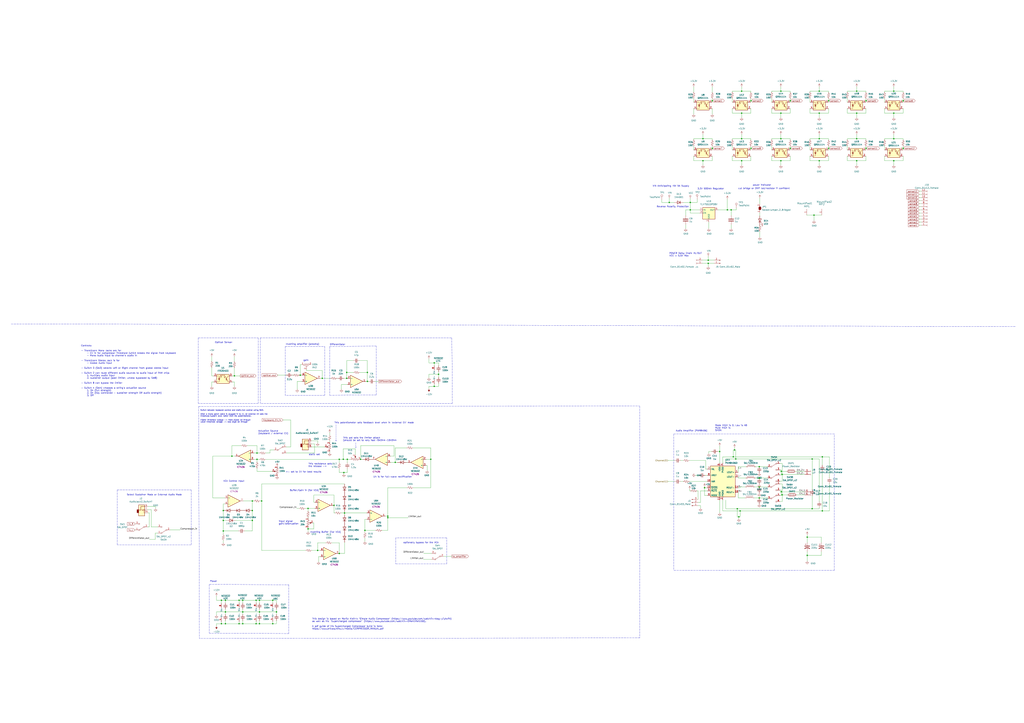
<source format=kicad_sch>
(kicad_sch (version 20211123) (generator eeschema)
  (paper "A1")
  (junction (at 648.97 82.804))
  (junction (at 183.388 436.372))
  (junction (at 600.456 172.466))
  (junction (at 741.68 82.804))
  (junction (at 566.928 166.37))
  (junction (at 641.35 74.93))
  (junction (at 318.516 424.18))
  (junction (at 668.528 176.784))
  (junction (at 603.25 369.824))
  (junction (at 185.166 493.268))
  (junction (at 181.864 512.572))
  (junction (at 672.846 74.93))
  (junction (at 672.846 92.964))
  (junction (at 662.94 441.452))
  (junction (at 196.342 512.572))
  (junction (at 264.668 310.896))
  (junction (at 278.638 377.444))
  (junction (at 318.516 425.45))
  (junction (at 360.172 307.594))
  (junction (at 734.06 92.964))
  (junction (at 210.312 512.572))
  (junction (at 641.35 92.964))
  (junction (at 648.97 121.92))
  (junction (at 641.35 114.046))
  (junction (at 284.734 306.07))
  (junction (at 199.39 512.572))
  (junction (at 609.092 114.046))
  (junction (at 734.06 74.93))
  (junction (at 672.846 132.08))
  (junction (at 605.536 418.084))
  (junction (at 581.66 216.408))
  (junction (at 597.408 172.466))
  (junction (at 278.638 454.914))
  (junction (at 703.58 92.964))
  (junction (at 578.612 400.812))
  (junction (at 606.806 424.688))
  (junction (at 185.166 512.572))
  (junction (at 609.092 74.93))
  (junction (at 641.604 404.114))
  (junction (at 252.984 417.83))
  (junction (at 734.06 114.046))
  (junction (at 703.58 114.046))
  (junction (at 607.822 419.862))
  (junction (at 181.864 493.268))
  (junction (at 623.57 400.304))
  (junction (at 711.2 121.92))
  (junction (at 196.342 493.268))
  (junction (at 609.092 132.08))
  (junction (at 356.616 317.5))
  (junction (at 566.928 172.466))
  (junction (at 296.164 377.444))
  (junction (at 353.822 377.444))
  (junction (at 662.94 456.438))
  (junction (at 252.984 434.594))
  (junction (at 213.106 493.268))
  (junction (at 703.58 74.93))
  (junction (at 301.752 306.07))
  (junction (at 207.264 419.608))
  (junction (at 192.532 308.864))
  (junction (at 675.386 375.412))
  (junction (at 284.734 310.896))
  (junction (at 199.39 493.268))
  (junction (at 602.234 375.412))
  (junction (at 581.66 213.868))
  (junction (at 675.386 419.862))
  (junction (at 207.264 411.734))
  (junction (at 623.57 392.938))
  (junction (at 584.962 121.92))
  (junction (at 199.39 502.92))
  (junction (at 211.074 372.364))
  (junction (at 604.266 377.19))
  (junction (at 282.956 421.64))
  (junction (at 623.57 409.194))
  (junction (at 183.388 427.736))
  (junction (at 183.388 419.608))
  (junction (at 260.858 452.374))
  (junction (at 703.58 132.08))
  (junction (at 591.058 371.094))
  (junction (at 246.634 308.356))
  (junction (at 356.616 298.196))
  (junction (at 213.106 512.572))
  (junction (at 224.028 493.268))
  (junction (at 734.06 132.08))
  (junction (at 324.612 379.984))
  (junction (at 549.656 166.37))
  (junction (at 211.074 377.444))
  (junction (at 185.166 502.92))
  (junction (at 741.68 121.92))
  (junction (at 584.962 82.804))
  (junction (at 642.366 406.654))
  (junction (at 641.35 132.08))
  (junction (at 642.366 389.89))
  (junction (at 207.264 427.736))
  (junction (at 285.242 377.444))
  (junction (at 623.57 383.54))
  (junction (at 577.342 132.08))
  (junction (at 667.004 377.19))
  (junction (at 667.004 418.084))
  (junction (at 210.312 493.268))
  (junction (at 641.604 387.35))
  (junction (at 616.712 82.804))
  (junction (at 224.028 512.572))
  (junction (at 609.092 92.964))
  (junction (at 680.466 121.92))
  (junction (at 214.884 411.734))
  (junction (at 190.5 374.904))
  (junction (at 282.448 388.366))
  (junction (at 672.846 114.046))
  (junction (at 711.2 82.804))
  (junction (at 680.466 82.804))
  (junction (at 299.72 435.864))
  (junction (at 577.342 114.046))
  (junction (at 227.076 502.92))
  (junction (at 213.106 502.92))
  (junction (at 274.32 415.29))
  (junction (at 301.752 313.436))
  (junction (at 281.94 377.444))
  (junction (at 616.712 121.92))
  (polyline (pts (xy 270.764 284.988) (xy 270.764 324.866)))
  (wire (pts (xy 210.312 493.268) (xy 210.312 495.554)))
  (wire (pts (xy 624.078 175.006) (xy 624.078 177.292)))
  (wire (pts (xy 667.004 377.19) (xy 667.004 402.336)))
  (wire (pts (xy 711.2 121.92) (xy 712.216 121.92)))
  (wire (pts (xy 641.604 404.114) (xy 660.908 404.114)))
  (wire (pts (xy 582.168 371.094) (xy 582.168 372.618)))
  (wire (pts (xy 183.388 419.608) (xy 183.388 414.274)))
  (wire (pts (xy 601.472 92.964) (xy 609.092 92.964)))
  (wire (pts (xy 754.888 180.086) (xy 756.666 180.086)))
  (wire (pts (xy 313.69 435.864) (xy 318.516 435.864)))
  (wire (pts (xy 569.722 128.27) (xy 569.722 132.08)))
  (wire (pts (xy 244.094 313.436) (xy 244.094 319.786)))
  (wire (pts (xy 711.2 82.804) (xy 711.2 84.074)))
  (wire (pts (xy 214.884 411.734) (xy 214.884 452.374)))
  (wire (pts (xy 672.846 92.964) (xy 680.466 92.964)))
  (wire (pts (xy 640.588 402.844) (xy 641.604 402.844)))
  (wire (pts (xy 695.96 132.08) (xy 703.58 132.08)))
  (wire (pts (xy 323.596 366.268) (xy 323.596 374.904)))
  (wire (pts (xy 741.68 82.804) (xy 742.696 82.804)))
  (wire (pts (xy 247.904 313.436) (xy 244.094 313.436)))
  (wire (pts (xy 607.822 400.812) (xy 607.822 400.304)))
  (wire (pts (xy 672.846 132.08) (xy 680.466 132.08)))
  (wire (pts (xy 695.96 74.93) (xy 703.58 74.93)))
  (wire (pts (xy 711.2 74.93) (xy 711.2 75.946)))
  (wire (pts (xy 282.448 389.382) (xy 282.448 388.366)))
  (wire (pts (xy 129.54 438.15) (xy 127.508 438.15)))
  (wire (pts (xy 208.534 372.364) (xy 211.074 372.364)))
  (wire (pts (xy 575.31 415.544) (xy 575.31 417.576)))
  (wire (pts (xy 185.166 510.032) (xy 185.166 512.572)))
  (wire (pts (xy 609.092 92.964) (xy 616.712 92.964)))
  (wire (pts (xy 566.928 175.006) (xy 566.928 172.466)))
  (polyline (pts (xy 9.144 266.192) (xy 834.39 268.478)))
  (wire (pts (xy 606.298 404.622) (xy 606.298 409.194)))
  (wire (pts (xy 662.94 453.39) (xy 662.94 456.438)))
  (wire (pts (xy 185.166 512.572) (xy 196.342 512.572)))
  (wire (pts (xy 633.73 74.93) (xy 641.35 74.93)))
  (wire (pts (xy 616.712 121.92) (xy 616.712 123.19)))
  (wire (pts (xy 641.35 114.046) (xy 648.97 114.046)))
  (wire (pts (xy 566.928 175.006) (xy 574.548 175.006)))
  (wire (pts (xy 285.242 388.366) (xy 285.242 385.318)))
  (wire (pts (xy 263.144 310.896) (xy 264.668 310.896)))
  (wire (pts (xy 360.172 305.562) (xy 360.172 307.594)))
  (wire (pts (xy 577.342 110.49) (xy 577.342 114.046)))
  (wire (pts (xy 324.612 379.984) (xy 324.612 368.046)))
  (wire (pts (xy 211.074 387.35) (xy 223.774 387.35)))
  (wire (pts (xy 606.298 400.812) (xy 607.822 400.812)))
  (wire (pts (xy 665.226 74.93) (xy 672.846 74.93)))
  (wire (pts (xy 703.58 110.49) (xy 703.58 114.046)))
  (wire (pts (xy 356.616 298.196) (xy 360.172 298.196)))
  (wire (pts (xy 207.264 411.734) (xy 207.264 419.608)))
  (wire (pts (xy 199.644 419.608) (xy 199.39 419.608)))
  (wire (pts (xy 121.412 416.306) (xy 127.762 416.306)))
  (wire (pts (xy 584.962 120.142) (xy 584.962 121.92)))
  (wire (pts (xy 623.57 383.54) (xy 630.428 383.54)))
  (wire (pts (xy 252.984 417.83) (xy 252.984 420.116)))
  (wire (pts (xy 356.616 317.5) (xy 360.172 317.5)))
  (wire (pts (xy 609.092 71.374) (xy 609.092 74.93)))
  (wire (pts (xy 602.234 369.824) (xy 603.25 369.824)))
  (wire (pts (xy 606.298 392.938) (xy 612.648 392.938)))
  (wire (pts (xy 624.078 190.246) (xy 624.078 194.818)))
  (wire (pts (xy 301.752 313.436) (xy 302.768 313.436)))
  (wire (pts (xy 616.712 82.804) (xy 617.728 82.804)))
  (wire (pts (xy 543.56 164.084) (xy 543.56 166.37)))
  (wire (pts (xy 270.764 372.11) (xy 270.764 371.094)))
  (wire (pts (xy 602.234 375.412) (xy 602.234 369.824)))
  (wire (pts (xy 227.076 493.268) (xy 227.076 495.554)))
  (wire (pts (xy 648.97 82.804) (xy 649.986 82.804)))
  (wire (pts (xy 255.778 364.744) (xy 258.318 364.744)))
  (wire (pts (xy 274.32 415.29) (xy 274.32 421.64)))
  (wire (pts (xy 616.712 114.046) (xy 616.712 115.062)))
  (wire (pts (xy 559.054 378.46) (xy 561.086 378.46)))
  (wire (pts (xy 665.226 128.27) (xy 665.226 132.08)))
  (wire (pts (xy 214.884 452.374) (xy 250.952 452.374)))
  (wire (pts (xy 127.508 438.15) (xy 127.508 443.23)))
  (wire (pts (xy 192.532 313.944) (xy 192.532 317.5)))
  (wire (pts (xy 257.81 429.768) (xy 257.81 434.594)))
  (wire (pts (xy 601.472 89.154) (xy 601.472 92.964)))
  (wire (pts (xy 318.516 425.45) (xy 318.516 424.18)))
  (wire (pts (xy 339.09 368.046) (xy 353.822 368.046)))
  (wire (pts (xy 581.66 216.408) (xy 581.66 218.948)))
  (wire (pts (xy 572.516 166.37) (xy 566.928 166.37)))
  (wire (pts (xy 352.298 317.5) (xy 352.298 319.278)))
  (wire (pts (xy 569.722 80.772) (xy 569.722 84.074)))
  (wire (pts (xy 211.074 366.268) (xy 203.2 366.268)))
  (wire (pts (xy 573.278 403.352) (xy 573.278 410.464)))
  (wire (pts (xy 227.076 502.92) (xy 227.076 504.952)))
  (polyline (pts (xy 553.466 356.616) (xy 553.466 468.63)))
  (wire (pts (xy 665.226 92.964) (xy 672.846 92.964)))
  (wire (pts (xy 195.834 436.372) (xy 183.388 436.372)))
  (wire (pts (xy 566.166 378.46) (xy 579.628 378.46)))
  (wire (pts (xy 680.466 82.804) (xy 681.482 82.804)))
  (wire (pts (xy 741.68 82.804) (xy 741.68 84.074)))
  (wire (pts (xy 122.682 421.386) (xy 121.412 421.386)))
  (wire (pts (xy 726.44 89.154) (xy 726.44 92.964)))
  (wire (pts (xy 582.168 182.626) (xy 582.168 187.706)))
  (wire (pts (xy 274.32 415.29) (xy 273.812 415.29)))
  (polyline (pts (xy 156.972 402.59) (xy 156.972 447.802)))
  (wire (pts (xy 280.162 421.64) (xy 282.956 421.64)))
  (wire (pts (xy 633.73 119.888) (xy 633.73 123.19)))
  (wire (pts (xy 285.242 377.444) (xy 288.036 377.444)))
  (wire (pts (xy 192.532 293.116) (xy 192.532 297.18)))
  (wire (pts (xy 199.39 500.634) (xy 199.39 502.92)))
  (wire (pts (xy 584.962 82.804) (xy 584.962 84.074)))
  (polyline (pts (xy 685.292 468.884) (xy 685.292 356.616)))
  (wire (pts (xy 695.96 114.046) (xy 703.58 114.046)))
  (wire (pts (xy 199.39 493.268) (xy 199.39 495.554)))
  (wire (pts (xy 754.888 169.926) (xy 756.666 169.926)))
  (wire (pts (xy 754.888 164.846) (xy 756.666 164.846)))
  (wire (pts (xy 703.58 74.93) (xy 711.2 74.93)))
  (wire (pts (xy 584.962 81.026) (xy 584.962 82.804)))
  (polyline (pts (xy 266.7 324.866) (xy 234.188 324.866)))
  (polyline (pts (xy 325.12 441.96) (xy 325.12 463.55)))
  (wire (pts (xy 296.164 366.268) (xy 296.164 377.444)))
  (wire (pts (xy 173.99 302.006) (xy 173.99 308.864)))
  (wire (pts (xy 674.624 453.39) (xy 674.624 456.438)))
  (wire (pts (xy 734.06 114.046) (xy 741.68 114.046)))
  (polyline (pts (xy 366.776 441.96) (xy 325.12 441.96)))
  (wire (pts (xy 192.532 308.864) (xy 197.358 308.864)))
  (wire (pts (xy 210.312 493.268) (xy 213.106 493.268)))
  (wire (pts (xy 581.66 216.408) (xy 586.486 216.408)))
  (wire (pts (xy 318.516 424.18) (xy 316.484 424.18)))
  (wire (pts (xy 665.226 80.772) (xy 665.226 84.074)))
  (wire (pts (xy 633.73 132.08) (xy 641.35 132.08)))
  (wire (pts (xy 619.76 400.304) (xy 623.57 400.304)))
  (wire (pts (xy 601.472 119.888) (xy 601.472 123.19)))
  (wire (pts (xy 285.242 315.976) (xy 280.416 315.976)))
  (wire (pts (xy 299.72 435.864) (xy 299.72 437.388)))
  (wire (pts (xy 110.998 430.53) (xy 111.252 430.53)))
  (wire (pts (xy 282.448 388.366) (xy 285.242 388.366)))
  (wire (pts (xy 559.054 395.732) (xy 561.086 395.732)))
  (wire (pts (xy 243.586 417.83) (xy 245.618 417.83)))
  (wire (pts (xy 199.39 493.268) (xy 210.312 493.268)))
  (polyline (pts (xy 212.09 277.622) (xy 212.09 331.47)))
  (wire (pts (xy 278.638 377.444) (xy 281.94 377.444)))
  (wire (pts (xy 605.536 418.084) (xy 667.004 418.084)))
  (wire (pts (xy 190.754 313.944) (xy 192.532 313.944)))
  (wire (pts (xy 584.962 71.374) (xy 584.962 75.946)))
  (wire (pts (xy 633.73 75.692) (xy 633.73 74.93)))
  (wire (pts (xy 641.604 386.08) (xy 641.604 387.35)))
  (wire (pts (xy 307.848 313.436) (xy 310.896 313.436)))
  (wire (pts (xy 177.8 493.268) (xy 181.864 493.268)))
  (wire (pts (xy 665.226 132.08) (xy 672.846 132.08)))
  (wire (pts (xy 609.092 110.49) (xy 609.092 114.046)))
  (wire (pts (xy 257.81 412.75) (xy 257.81 406.908)))
  (wire (pts (xy 601.472 128.27) (xy 601.472 132.08)))
  (wire (pts (xy 295.402 306.07) (xy 301.752 306.07)))
  (wire (pts (xy 680.466 120.142) (xy 680.466 121.92)))
  (wire (pts (xy 703.58 132.08) (xy 711.2 132.08)))
  (wire (pts (xy 633.73 80.772) (xy 633.73 84.074)))
  (wire (pts (xy 295.656 377.444) (xy 296.164 377.444)))
  (wire (pts (xy 672.846 132.08) (xy 672.846 135.636)))
  (wire (pts (xy 695.96 119.888) (xy 695.96 123.19)))
  (wire (pts (xy 252.984 425.958) (xy 252.984 425.196)))
  (wire (pts (xy 350.774 382.524) (xy 350.774 386.588)))
  (wire (pts (xy 741.68 114.046) (xy 741.68 115.062)))
  (wire (pts (xy 214.884 397.764) (xy 214.884 411.734)))
  (wire (pts (xy 607.822 419.862) (xy 593.598 419.862)))
  (wire (pts (xy 569.722 89.154) (xy 569.722 93.726)))
  (wire (pts (xy 680.466 128.27) (xy 680.466 132.08)))
  (wire (pts (xy 754.888 167.386) (xy 756.666 167.386)))
  (wire (pts (xy 648.97 89.154) (xy 648.97 92.964)))
  (wire (pts (xy 252.984 433.578) (xy 252.984 434.594)))
  (polyline (pts (xy 553.466 468.63) (xy 685.292 468.884)))
  (wire (pts (xy 680.466 81.026) (xy 680.466 82.804)))
  (wire (pts (xy 296.164 377.444) (xy 297.688 377.444)))
  (wire (pts (xy 642.366 389.89) (xy 642.366 395.478)))
  (wire (pts (xy 726.44 74.93) (xy 734.06 74.93)))
  (wire (pts (xy 605.536 418.084) (xy 596.138 418.084)))
  (wire (pts (xy 566.166 395.732) (xy 580.898 395.732)))
  (wire (pts (xy 183.388 427.736) (xy 185.928 427.736)))
  (wire (pts (xy 282.956 422.91) (xy 282.956 421.64)))
  (wire (pts (xy 278.638 454.914) (xy 278.384 454.914)))
  (wire (pts (xy 227.076 500.634) (xy 227.076 502.92)))
  (wire (pts (xy 578.612 407.162) (xy 578.612 400.812)))
  (wire (pts (xy 305.308 377.444) (xy 305.562 377.444)))
  (wire (pts (xy 318.516 435.864) (xy 318.516 425.45)))
  (polyline (pts (xy 212.09 331.47) (xy 162.814 331.47)))
  (wire (pts (xy 299.72 435.864) (xy 308.61 435.864)))
  (wire (pts (xy 110.744 435.61) (xy 111.252 435.61)))
  (wire (pts (xy 190.754 308.864) (xy 192.532 308.864)))
  (polyline (pts (xy 234.188 284.734) (xy 266.7 284.734)))
  (wire (pts (xy 122.682 433.07) (xy 122.682 421.386)))
  (wire (pts (xy 270.764 355.6) (xy 270.764 357.378)))
  (polyline (pts (xy 162.814 277.622) (xy 212.09 277.622)))
  (wire (pts (xy 662.432 176.784) (xy 668.528 176.784)))
  (wire (pts (xy 680.466 74.93) (xy 680.466 75.946)))
  (wire (pts (xy 606.298 391.922) (xy 606.298 392.938)))
  (wire (pts (xy 278.638 377.444) (xy 278.638 380.238)))
  (wire (pts (xy 260.858 362.204) (xy 260.858 363.982)))
  (wire (pts (xy 601.472 74.93) (xy 609.092 74.93)))
  (wire (pts (xy 662.94 456.438) (xy 662.94 461.01)))
  (polyline (pts (xy 213.614 277.622) (xy 213.614 331.47)))
  (wire (pts (xy 121.412 418.846) (xy 124.206 418.846)))
  (wire (pts (xy 353.822 368.046) (xy 353.822 377.444)))
  (wire (pts (xy 218.186 377.444) (xy 278.638 377.444)))
  (wire (pts (xy 591.058 366.522) (xy 591.058 371.094)))
  (wire (pts (xy 609.092 132.08) (xy 609.092 135.636)))
  (wire (pts (xy 641.35 92.964) (xy 648.97 92.964)))
  (wire (pts (xy 282.956 421.64) (xy 282.956 420.624)))
  (wire (pts (xy 207.264 411.734) (xy 208.534 411.734)))
  (wire (pts (xy 211.074 372.364) (xy 211.074 366.268)))
  (wire (pts (xy 196.342 510.794) (xy 196.342 512.572)))
  (wire (pts (xy 734.06 110.49) (xy 734.06 114.046)))
  (wire (pts (xy 616.712 81.026) (xy 616.712 82.804)))
  (wire (pts (xy 572.262 403.352) (xy 573.278 403.352)))
  (wire (pts (xy 199.39 510.032) (xy 199.39 512.572)))
  (wire (pts (xy 601.472 132.08) (xy 609.092 132.08)))
  (wire (pts (xy 199.39 502.92) (xy 213.106 502.92)))
  (wire (pts (xy 641.35 110.49) (xy 641.35 114.046)))
  (wire (pts (xy 185.166 493.268) (xy 196.342 493.268)))
  (wire (pts (xy 263.144 457.454) (xy 261.62 457.454)))
  (wire (pts (xy 672.846 417.068) (xy 672.846 418.084)))
  (polyline (pts (xy 270.764 324.866) (xy 309.118 324.612)))
  (wire (pts (xy 680.466 114.046) (xy 680.466 115.062)))
  (wire (pts (xy 282.448 310.896) (xy 284.734 310.896)))
  (wire (pts (xy 579.628 378.46) (xy 579.628 385.572)))
  (wire (pts (xy 185.166 493.268) (xy 185.166 495.554)))
  (wire (pts (xy 183.388 444.246) (xy 183.388 446.024)))
  (wire (pts (xy 284.734 296.418) (xy 284.734 306.07)))
  (polyline (pts (xy 163.068 334.01) (xy 163.83 524.764)))
  (wire (pts (xy 211.074 379.73) (xy 211.074 377.444)))
  (wire (pts (xy 633.73 114.046) (xy 641.35 114.046)))
  (wire (pts (xy 641.604 404.114) (xy 641.604 407.162)))
  (wire (pts (xy 741.68 74.93) (xy 741.68 75.946)))
  (wire (pts (xy 174.752 409.194) (xy 184.658 409.194)))
  (wire (pts (xy 199.39 512.572) (xy 210.312 512.572)))
  (wire (pts (xy 566.42 403.352) (xy 566.42 402.082)))
  (wire (pts (xy 630.428 409.194) (xy 630.428 409.702)))
  (wire (pts (xy 213.106 493.268) (xy 213.106 495.554)))
  (wire (pts (xy 711.2 81.026) (xy 711.2 82.804)))
  (wire (pts (xy 563.118 172.466) (xy 563.118 177.038)))
  (wire (pts (xy 606.806 424.688) (xy 607.822 424.688)))
  (wire (pts (xy 754.888 159.766) (xy 756.666 159.766)))
  (polyline (pts (xy 270.764 284.734) (xy 270.764 284.988)))
  (wire (pts (xy 703.58 71.374) (xy 703.58 74.93)))
  (wire (pts (xy 584.962 89.154) (xy 584.962 93.726)))
  (wire (pts (xy 633.73 92.964) (xy 641.35 92.964)))
  (wire (pts (xy 623.57 400.304) (xy 630.428 400.304)))
  (wire (pts (xy 648.97 121.92) (xy 648.97 123.19)))
  (wire (pts (xy 251.714 304.546) (xy 264.668 304.546)))
  (wire (pts (xy 281.94 368.808) (xy 281.94 377.444)))
  (wire (pts (xy 601.472 75.692) (xy 601.472 74.93)))
  (wire (pts (xy 577.342 114.046) (xy 584.962 114.046)))
  (polyline (pts (xy 163.068 334.01) (xy 525.272 333.756)))
  (wire (pts (xy 642.366 381) (xy 642.366 389.89)))
  (polyline (pts (xy 96.266 402.59) (xy 96.266 447.802)))
  (wire (pts (xy 675.386 375.412) (xy 675.386 382.27)))
  (wire (pts (xy 299.72 445.008) (xy 299.72 442.468)))
  (wire (pts (xy 681.228 397.51) (xy 681.228 419.862)))
  (wire (pts (xy 228.092 308.356) (xy 234.95 308.356)))
  (wire (pts (xy 633.73 89.154) (xy 633.73 92.964)))
  (wire (pts (xy 754.888 177.546) (xy 756.666 177.546)))
  (wire (pts (xy 124.206 418.846) (xy 124.206 433.07)))
  (wire (pts (xy 282.956 421.64) (xy 301.244 421.64)))
  (wire (pts (xy 290.068 296.418) (xy 284.734 296.418)))
  (wire (pts (xy 232.41 345.186) (xy 238.76 345.186)))
  (wire (pts (xy 213.614 411.734) (xy 214.884 411.734)))
  (wire (pts (xy 299.72 426.72) (xy 299.72 435.864)))
  (wire (pts (xy 566.928 166.37) (xy 566.928 172.466)))
  (wire (pts (xy 185.166 502.92) (xy 199.39 502.92)))
  (wire (pts (xy 356.616 300.482) (xy 356.616 298.196)))
  (wire (pts (xy 695.96 80.772) (xy 695.96 84.074)))
  (wire (pts (xy 607.822 419.862) (xy 675.386 419.862)))
  (wire (pts (xy 258.318 364.744) (xy 258.318 372.364)))
  (wire (pts (xy 726.44 114.046) (xy 734.06 114.046)))
  (wire (pts (xy 352.298 298.196) (xy 356.616 298.196)))
  (wire (pts (xy 282.956 445.77) (xy 282.956 454.914)))
  (wire (pts (xy 578.612 400.812) (xy 580.898 400.812)))
  (wire (pts (xy 580.898 403.352) (xy 575.31 403.352)))
  (wire (pts (xy 726.44 75.692) (xy 726.44 74.93)))
  (wire (pts (xy 633.73 114.808) (xy 633.73 114.046)))
  (wire (pts (xy 296.164 366.268) (xy 323.596 366.268)))
  (wire (pts (xy 301.244 426.72) (xy 299.72 426.72)))
  (wire (pts (xy 181.864 495.808) (xy 181.864 493.268)))
  (wire (pts (xy 177.8 489.966) (xy 177.8 493.268)))
  (wire (pts (xy 680.466 89.154) (xy 680.466 92.964)))
  (wire (pts (xy 548.64 395.732) (xy 553.974 395.732)))
  (wire (pts (xy 207.264 427.736) (xy 193.548 427.736)))
  (wire (pts (xy 726.44 114.808) (xy 726.44 114.046)))
  (wire (pts (xy 662.94 439.674) (xy 662.94 441.452)))
  (wire (pts (xy 563.118 184.658) (xy 563.118 187.706)))
  (wire (pts (xy 318.516 400.812) (xy 318.516 424.18)))
  (wire (pts (xy 665.226 114.046) (xy 672.846 114.046)))
  (wire (pts (xy 734.06 92.964) (xy 741.68 92.964)))
  (wire (pts (xy 726.44 92.964) (xy 734.06 92.964)))
  (wire (pts (xy 703.58 92.964) (xy 711.2 92.964)))
  (wire (pts (xy 210.312 510.794) (xy 210.312 512.572)))
  (wire (pts (xy 665.226 89.154) (xy 665.226 92.964)))
  (wire (pts (xy 668.528 176.784) (xy 668.528 181.102)))
  (wire (pts (xy 211.074 372.364) (xy 213.106 372.364)))
  (wire (pts (xy 352.298 317.5) (xy 356.616 317.5)))
  (wire (pts (xy 177.8 505.46) (xy 177.8 502.92)))
  (wire (pts (xy 734.06 92.964) (xy 734.06 96.52)))
  (wire (pts (xy 257.81 406.908) (xy 274.32 406.908)))
  (wire (pts (xy 609.092 74.93) (xy 616.712 74.93)))
  (wire (pts (xy 641.35 71.374) (xy 641.35 74.93)))
  (wire (pts (xy 183.388 419.608) (xy 183.896 419.608)))
  (wire (pts (xy 224.028 512.572) (xy 227.076 512.572)))
  (wire (pts (xy 185.166 502.92) (xy 185.166 504.952)))
  (polyline (pts (xy 325.12 463.55) (xy 366.776 463.55)))
  (wire (pts (xy 580.898 390.652) (xy 579.12 390.652)))
  (wire (pts (xy 641.604 390.398) (xy 640.588 390.398)))
  (wire (pts (xy 665.226 114.808) (xy 665.226 114.046)))
  (wire (pts (xy 250.698 417.83) (xy 252.984 417.83)))
  (wire (pts (xy 561.34 166.37) (xy 566.928 166.37)))
  (wire (pts (xy 360.172 307.594) (xy 360.172 309.88)))
  (wire (pts (xy 606.298 409.194) (xy 611.886 409.194)))
  (wire (pts (xy 352.298 294.894) (xy 352.298 298.196)))
  (wire (pts (xy 301.752 296.418) (xy 301.752 306.07)))
  (wire (pts (xy 246.634 308.356) (xy 246.634 299.72)))
  (wire (pts (xy 665.226 119.888) (xy 665.226 123.19)))
  (wire (pts (xy 199.898 411.734) (xy 207.264 411.734)))
  (wire (pts (xy 620.522 383.54) (xy 623.57 383.54)))
  (wire (pts (xy 260.858 452.374) (xy 263.144 452.374)))
  (wire (pts (xy 604.266 377.19) (xy 667.004 377.19)))
  (wire (pts (xy 221.742 369.824) (xy 225.044 369.824)))
  (wire (pts (xy 584.962 121.92) (xy 584.962 123.19)))
  (wire (pts (xy 600.456 172.466) (xy 600.456 177.038)))
  (wire (pts (xy 256.032 452.374) (xy 260.858 452.374)))
  (wire (pts (xy 211.074 377.444) (xy 213.106 377.444)))
  (polyline (pts (xy 234.188 284.734) (xy 234.188 324.866)))
  (wire (pts (xy 640.588 386.08) (xy 641.604 386.08)))
  (wire (pts (xy 633.73 128.27) (xy 633.73 132.08)))
  (wire (pts (xy 584.962 114.046) (xy 584.962 115.062)))
  (wire (pts (xy 662.94 441.452) (xy 662.94 445.77)))
  (polyline (pts (xy 309.118 324.612) (xy 309.118 284.48)))
  (wire (pts (xy 672.846 92.964) (xy 672.846 96.52)))
  (wire (pts (xy 213.106 500.634) (xy 213.106 502.92)))
  (polyline (pts (xy 685.292 356.616) (xy 553.466 356.616)))
  (wire (pts (xy 662.94 441.452) (xy 674.624 441.452)))
  (wire (pts (xy 323.596 374.904) (xy 320.802 374.904)))
  (wire (pts (xy 741.68 128.27) (xy 741.68 132.08)))
  (wire (pts (xy 616.712 128.27) (xy 616.712 132.08)))
  (wire (pts (xy 543.56 166.37) (xy 549.656 166.37)))
  (wire (pts (xy 726.44 128.27) (xy 726.44 132.08)))
  (wire (pts (xy 352.298 310.388) (xy 352.298 307.594)))
  (wire (pts (xy 648.97 74.93) (xy 648.97 75.946)))
  (wire (pts (xy 127.762 416.306) (xy 127.762 417.83)))
  (wire (pts (xy 603.25 367.792) (xy 603.25 369.824)))
  (wire (pts (xy 754.888 175.006) (xy 756.666 175.006)))
  (wire (pts (xy 667.004 418.084) (xy 672.846 418.084)))
  (wire (pts (xy 584.962 121.92) (xy 585.978 121.92)))
  (wire (pts (xy 224.028 493.268) (xy 227.076 493.268)))
  (wire (pts (xy 276.606 310.896) (xy 277.368 310.896)))
  (polyline (pts (xy 371.602 331.47) (xy 213.614 331.47)))
  (polyline (pts (xy 366.776 463.55) (xy 366.776 441.96)))
  (wire (pts (xy 607.822 424.688) (xy 607.822 419.862)))
  (wire (pts (xy 575.31 403.352) (xy 575.31 413.004)))
  (wire (pts (xy 680.466 121.92) (xy 681.482 121.92)))
  (wire (pts (xy 642.366 395.478) (xy 640.588 395.478)))
  (wire (pts (xy 665.226 75.692) (xy 665.226 74.93)))
  (wire (pts (xy 347.98 454.66) (xy 354.33 454.66)))
  (wire (pts (xy 648.97 82.804) (xy 648.97 84.074)))
  (wire (pts (xy 177.8 512.572) (xy 181.864 512.572)))
  (wire (pts (xy 569.722 119.888) (xy 569.722 123.19)))
  (wire (pts (xy 641.604 387.35) (xy 645.922 387.35)))
  (wire (pts (xy 609.092 114.046) (xy 616.712 114.046)))
  (wire (pts (xy 213.106 493.268) (xy 224.028 493.268)))
  (wire (pts (xy 648.97 114.046) (xy 648.97 115.062)))
  (wire (pts (xy 680.466 82.804) (xy 680.466 84.074)))
  (wire (pts (xy 577.342 132.08) (xy 584.962 132.08)))
  (wire (pts (xy 734.06 132.08) (xy 741.68 132.08)))
  (wire (pts (xy 606.298 383.54) (xy 612.902 383.54)))
  (wire (pts (xy 258.572 417.83) (xy 252.984 417.83)))
  (wire (pts (xy 183.388 436.372) (xy 183.388 427.736)))
  (wire (pts (xy 324.612 368.046) (xy 334.01 368.046)))
  (wire (pts (xy 183.388 436.372) (xy 183.388 439.166)))
  (wire (pts (xy 605.536 418.084) (xy 605.536 424.688)))
  (wire (pts (xy 642.366 397.764) (xy 642.366 406.654)))
  (wire (pts (xy 291.846 368.808) (xy 281.94 368.808)))
  (wire (pts (xy 624.078 184.912) (xy 624.078 185.166)))
  (polyline (pts (xy 96.266 402.59) (xy 156.972 402.59)))
  (wire (pts (xy 734.06 71.374) (xy 734.06 74.93)))
  (wire (pts (xy 173.99 308.864) (xy 175.514 308.864)))
  (wire (pts (xy 578.612 400.812) (xy 578.612 400.05)))
  (polyline (pts (xy 266.7 284.734) (xy 266.7 324.866)))
  (wire (pts (xy 674.624 441.452) (xy 674.624 445.77)))
  (polyline (pts (xy 525.526 524.256) (xy 163.83 524.764)))
  (wire (pts (xy 695.96 114.808) (xy 695.96 114.046)))
  (wire (pts (xy 606.806 424.688) (xy 606.806 426.212)))
  (wire (pts (xy 675.386 387.35) (xy 675.386 419.862)))
  (wire (pts (xy 584.962 82.804) (xy 585.978 82.804)))
  (wire (pts (xy 596.138 418.084) (xy 596.138 410.972)))
  (wire (pts (xy 624.078 162.814) (xy 624.078 167.386)))
  (wire (pts (xy 260.858 446.024) (xy 260.858 452.374)))
  (wire (pts (xy 181.864 493.268) (xy 185.166 493.268)))
  (wire (pts (xy 726.44 80.772) (xy 726.44 84.074)))
  (wire (pts (xy 318.516 425.45) (xy 335.28 425.45)))
  (wire (pts (xy 192.532 302.26) (xy 192.532 308.864)))
  (wire (pts (xy 616.712 120.142) (xy 616.712 121.92)))
  (wire (pts (xy 353.822 400.812) (xy 339.344 400.812)))
  (wire (pts (xy 680.466 121.92) (xy 680.466 123.19)))
  (wire (pts (xy 177.8 512.572) (xy 177.8 514.35)))
  (wire (pts (xy 183.388 414.274) (xy 184.658 414.274)))
  (wire (pts (xy 548.64 378.46) (xy 553.974 378.46)))
  (wire (pts (xy 620.268 392.938) (xy 623.57 392.938)))
  (polyline (pts (xy 525.272 333.756) (xy 525.526 524.256)))
  (wire (pts (xy 641.35 132.08) (xy 648.97 132.08)))
  (wire (pts (xy 174.752 374.904) (xy 190.5 374.904)))
  (wire (pts (xy 616.712 121.92) (xy 617.728 121.92)))
  (wire (pts (xy 208.534 377.444) (xy 211.074 377.444)))
  (wire (pts (xy 654.304 406.654) (xy 660.908 406.654)))
  (wire (pts (xy 675.386 419.862) (xy 681.228 419.862)))
  (wire (pts (xy 648.97 121.92) (xy 649.986 121.92)))
  (wire (pts (xy 711.2 120.142) (xy 711.2 121.92)))
  (wire (pts (xy 648.97 120.142) (xy 648.97 121.92)))
  (wire (pts (xy 190.5 366.268) (xy 190.5 374.904)))
  (wire (pts (xy 360.172 314.96) (xy 360.172 317.5)))
  (polyline (pts (xy 309.118 284.48) (xy 270.764 284.734)))
  (wire (pts (xy 549.656 162.814) (xy 549.656 166.37)))
  (wire (pts (xy 278.638 388.366) (xy 282.448 388.366)))
  (wire (pts (xy 726.44 119.888) (xy 726.44 123.19)))
  (wire (pts (xy 240.792 308.356) (xy 240.03 308.356)))
  (wire (pts (xy 174.752 374.904) (xy 174.752 409.194)))
  (polyline (pts (xy 237.236 520.7) (xy 171.958 520.446)))
  (wire (pts (xy 711.2 128.27) (xy 711.2 132.08)))
  (wire (pts (xy 198.12 366.268) (xy 190.5 366.268)))
  (wire (pts (xy 261.62 457.454) (xy 261.62 461.518)))
  (wire (pts (xy 605.536 424.688) (xy 606.806 424.688)))
  (wire (pts (xy 616.712 82.804) (xy 616.712 84.074)))
  (wire (pts (xy 573.278 415.544) (xy 575.31 415.544)))
  (wire (pts (xy 207.264 436.372) (xy 200.914 436.372)))
  (wire (pts (xy 754.888 185.166) (xy 756.666 185.166)))
  (polyline (pts (xy 171.958 480.314) (xy 171.958 520.446)))
  (wire (pts (xy 569.722 114.046) (xy 577.342 114.046)))
  (wire (pts (xy 566.928 172.466) (xy 563.118 172.466)))
  (wire (pts (xy 623.57 409.194) (xy 630.428 409.194)))
  (wire (pts (xy 579.628 385.572) (xy 580.898 385.572)))
  (wire (pts (xy 581.66 213.868) (xy 581.66 210.566)))
  (wire (pts (xy 593.598 380.492) (xy 593.598 375.412)))
  (wire (pts (xy 566.928 172.466) (xy 574.548 172.466)))
  (wire (pts (xy 681.228 375.412) (xy 675.386 375.412)))
  (wire (pts (xy 591.058 410.972) (xy 591.058 421.386)))
  (wire (pts (xy 754.888 182.626) (xy 756.666 182.626)))
  (wire (pts (xy 681.228 392.43) (xy 681.228 375.412)))
  (wire (pts (xy 642.366 406.654) (xy 642.366 412.242)))
  (wire (pts (xy 353.822 377.444) (xy 353.822 400.812)))
  (wire (pts (xy 284.734 306.07) (xy 290.322 306.07)))
  (wire (pts (xy 734.06 132.08) (xy 734.06 135.636)))
  (wire (pts (xy 596.138 377.19) (xy 604.266 377.19)))
  (wire (pts (xy 606.298 388.112) (xy 606.298 383.54)))
  (wire (pts (xy 754.888 172.466) (xy 756.666 172.466)))
  (wire (pts (xy 246.634 299.72) (xy 247.904 299.72)))
  (wire (pts (xy 695.96 89.154) (xy 695.96 92.964)))
  (wire (pts (xy 258.318 372.364) (xy 235.204 372.364)))
  (wire (pts (xy 264.668 310.896) (xy 271.526 310.896)))
  (wire (pts (xy 604.774 170.942) (xy 604.774 172.466)))
  (wire (pts (xy 597.408 172.466) (xy 600.456 172.466)))
  (wire (pts (xy 667.004 407.416) (xy 667.004 418.084)))
  (wire (pts (xy 284.734 306.07) (xy 284.734 310.896)))
  (wire (pts (xy 282.956 397.764) (xy 214.884 397.764)))
  (wire (pts (xy 181.864 512.572) (xy 185.166 512.572)))
  (wire (pts (xy 711.2 82.804) (xy 712.216 82.804)))
  (wire (pts (xy 616.712 89.154) (xy 616.712 92.964)))
  (wire (pts (xy 602.234 375.412) (xy 675.386 375.412)))
  (wire (pts (xy 257.81 434.594) (xy 252.984 434.594)))
  (wire (pts (xy 295.148 296.418) (xy 301.752 296.418)))
  (wire (pts (xy 173.99 313.944) (xy 175.514 313.944)))
  (wire (pts (xy 569.722 132.08) (xy 577.342 132.08)))
  (wire (pts (xy 601.472 114.046) (xy 609.092 114.046)))
  (wire (pts (xy 578.612 407.162) (xy 580.898 407.162)))
  (wire (pts (xy 350.012 377.444) (xy 353.822 377.444)))
  (wire (pts (xy 581.66 213.868) (xy 586.486 213.868)))
  (wire (pts (xy 267.462 446.024) (xy 260.858 446.024)))
  (wire (pts (xy 196.342 512.572) (xy 199.39 512.572)))
  (wire (pts (xy 668.528 176.784) (xy 674.878 176.784)))
  (wire (pts (xy 196.342 493.268) (xy 199.39 493.268)))
  (wire (pts (xy 264.668 304.546) (xy 264.668 310.896)))
  (wire (pts (xy 213.106 502.92) (xy 227.076 502.92)))
  (wire (pts (xy 278.638 446.024) (xy 272.542 446.024)))
  (wire (pts (xy 324.612 379.984) (xy 326.39 379.984)))
  (wire (pts (xy 213.106 512.572) (xy 210.312 512.572)))
  (wire (pts (xy 218.186 372.364) (xy 221.742 372.364)))
  (wire (pts (xy 711.2 121.92) (xy 711.2 123.19)))
  (wire (pts (xy 284.734 310.896) (xy 285.242 310.896)))
  (wire (pts (xy 641.604 407.162) (xy 640.588 407.162)))
  (wire (pts (xy 741.68 120.142) (xy 741.68 121.92)))
  (wire (pts (xy 213.106 510.032) (xy 213.106 512.572)))
  (wire (pts (xy 549.656 166.37) (xy 553.72 166.37)))
  (wire (pts (xy 601.472 80.772) (xy 601.472 84.074)))
  (wire (pts (xy 371.094 457.2) (xy 364.49 457.2)))
  (wire (pts (xy 566.928 163.068) (xy 566.928 166.37)))
  (wire (pts (xy 648.97 128.27) (xy 648.97 132.08)))
  (wire (pts (xy 596.138 380.492) (xy 596.138 377.19)))
  (wire (pts (xy 703.58 132.08) (xy 703.58 135.636)))
  (wire (pts (xy 641.604 402.844) (xy 641.604 404.114)))
  (wire (pts (xy 703.58 92.964) (xy 703.58 96.52)))
  (polyline (pts (xy 171.958 480.314) (xy 237.236 480.568)))
  (polyline (pts (xy 213.614 277.622) (xy 371.094 277.622)))
  (wire (pts (xy 139.7 435.61) (xy 148.082 435.61)))
  (wire (pts (xy 278.638 454.914) (xy 282.956 454.914)))
  (wire (pts (xy 224.028 493.268) (xy 224.028 495.554)))
  (wire (pts (xy 672.846 74.93) (xy 680.466 74.93)))
  (wire (pts (xy 582.168 371.094) (xy 584.454 371.094)))
  (wire (pts (xy 207.264 427.736) (xy 207.264 436.372)))
  (wire (pts (xy 251.714 303.53) (xy 251.714 304.546)))
  (wire (pts (xy 726.44 132.08) (xy 734.06 132.08)))
  (wire (pts (xy 190.5 374.904) (xy 193.294 374.904)))
  (wire (pts (xy 695.96 75.692) (xy 695.96 74.93)))
  (wire (pts (xy 603.25 369.824) (xy 604.266 369.824)))
  (wire (pts (xy 255.778 362.204) (xy 260.858 362.204)))
  (wire (pts (xy 360.172 298.196) (xy 360.172 300.482)))
  (wire (pts (xy 238.76 345.186) (xy 238.76 367.284)))
  (wire (pts (xy 609.092 132.08) (xy 616.712 132.08)))
  (wire (pts (xy 695.96 128.27) (xy 695.96 132.08)))
  (wire (pts (xy 589.788 172.466) (xy 597.408 172.466)))
  (wire (pts (xy 672.846 411.988) (xy 672.846 377.19)))
  (wire (pts (xy 213.106 502.92) (xy 213.106 504.952)))
  (wire (pts (xy 640.588 397.764) (xy 642.366 397.764)))
  (wire (pts (xy 255.778 367.284) (xy 266.954 367.284)))
  (wire (pts (xy 589.534 371.094) (xy 591.058 371.094)))
  (wire (pts (xy 278.638 385.318) (xy 278.638 388.366)))
  (wire (pts (xy 642.366 412.242) (xy 640.588 412.242)))
  (wire (pts (xy 576.834 213.868) (xy 581.66 213.868)))
  (wire (pts (xy 672.846 110.49) (xy 672.846 114.046)))
  (wire (pts (xy 278.638 454.914) (xy 278.638 446.024)))
  (wire (pts (xy 124.206 433.07) (xy 129.54 433.07)))
  (wire (pts (xy 569.722 71.374) (xy 569.722 75.692)))
  (wire (pts (xy 191.77 419.608) (xy 191.516 419.608)))
  (wire (pts (xy 352.298 307.594) (xy 360.172 307.594)))
  (wire (pts (xy 301.752 306.07) (xy 301.752 313.436)))
  (wire (pts (xy 754.888 162.306) (xy 756.666 162.306)))
  (wire (pts (xy 642.366 406.654) (xy 646.684 406.654)))
  (wire (pts (xy 616.712 74.93) (xy 616.712 75.946)))
  (wire (pts (xy 291.846 368.808) (xy 291.846 373.634)))
  (wire (pts (xy 207.264 419.608) (xy 207.264 427.736)))
  (wire (pts (xy 238.76 367.284) (xy 235.204 367.284)))
  (wire (pts (xy 641.604 387.35) (xy 641.604 390.398)))
  (wire (pts (xy 741.68 89.154) (xy 741.68 92.964)))
  (wire (pts (xy 607.822 400.304) (xy 612.14 400.304)))
  (wire (pts (xy 274.32 406.908) (xy 274.32 415.29)))
  (wire (pts (xy 734.06 74.93) (xy 741.68 74.93)))
  (wire (pts (xy 183.388 427.736) (xy 183.388 419.608)))
  (wire (pts (xy 641.35 74.93) (xy 648.97 74.93)))
  (wire (pts (xy 711.2 89.154) (xy 711.2 92.964)))
  (wire (pts (xy 642.366 389.89) (xy 660.908 389.89)))
  (wire (pts (xy 181.864 511.048) (xy 181.864 512.572)))
  (wire (pts (xy 591.058 371.094) (xy 591.058 380.492)))
  (wire (pts (xy 258.572 412.75) (xy 257.81 412.75)))
  (wire (pts (xy 619.506 409.194) (xy 623.57 409.194)))
  (wire (pts (xy 572.516 163.83) (xy 572.516 166.37)))
  (wire (pts (xy 224.028 510.794) (xy 224.028 512.572)))
  (wire (pts (xy 600.456 184.658) (xy 600.456 187.706)))
  (wire (pts (xy 121.412 433.07) (xy 122.682 433.07)))
  (wire (pts (xy 566.42 403.352) (xy 567.182 403.352)))
  (wire (pts (xy 356.616 317.5) (xy 356.616 315.722)))
  (wire (pts (xy 601.472 114.808) (xy 601.472 114.046)))
  (wire (pts (xy 674.624 456.438) (xy 662.94 456.438)))
  (wire (pts (xy 569.722 114.808) (xy 569.722 114.046)))
  (wire (pts (xy 211.074 384.81) (xy 211.074 387.35)))
  (polyline (pts (xy 162.814 277.622) (xy 162.814 331.47)))
  (wire (pts (xy 227.076 510.032) (xy 227.076 512.572)))
  (wire (pts (xy 224.028 512.572) (xy 213.106 512.572)))
  (wire (pts (xy 173.99 293.116) (xy 173.99 296.926)))
  (wire (pts (xy 574.04 390.652) (xy 571.246 390.652)))
  (wire (pts (xy 703.58 114.046) (xy 711.2 114.046)))
  (wire (pts (xy 576.834 216.408) (xy 581.66 216.408)))
  (wire (pts (xy 122.682 443.23) (xy 127.508 443.23)))
  (wire (pts (xy 280.416 315.976) (xy 280.416 319.786)))
  (wire (pts (xy 185.166 500.634) (xy 185.166 502.92)))
  (wire (pts (xy 334.01 379.984) (xy 334.772 379.984)))
  (wire (pts (xy 695.96 92.964) (xy 703.58 92.964)))
  (wire (pts (xy 177.8 502.92) (xy 185.166 502.92)))
  (wire (pts (xy 623.57 392.938) (xy 630.428 392.938)))
  (wire (pts (xy 252.984 434.594) (xy 252.984 436.88)))
  (wire (pts (xy 285.242 377.444) (xy 285.242 380.238)))
  (wire (pts (xy 221.742 372.364) (xy 221.742 369.824)))
  (wire (pts (xy 672.846 71.374) (xy 672.846 74.93)))
  (polyline (pts (xy 237.236 480.568) (xy 237.236 520.7)))
  (wire (pts (xy 320.802 379.984) (xy 324.612 379.984)))
  (wire (pts (xy 711.2 114.046) (xy 711.2 115.062)))
  (wire (pts (xy 256.794 429.768) (xy 257.81 429.768)))
  (wire (pts (xy 281.94 377.444) (xy 285.242 377.444)))
  (wire (pts (xy 300.482 313.436) (xy 301.752 313.436)))
  (wire (pts (xy 575.31 413.004) (xy 573.278 413.004)))
  (wire (pts (xy 593.598 419.862) (xy 593.598 410.972)))
  (wire (pts (xy 641.35 132.08) (xy 641.35 135.636)))
  (wire (pts (xy 274.32 421.64) (xy 275.082 421.64)))
  (wire (pts (xy 173.99 313.944) (xy 173.99 317.5)))
  (wire (pts (xy 247.904 308.356) (xy 246.634 308.356)))
  (wire (pts (xy 648.97 81.026) (xy 648.97 82.804)))
  (wire (pts (xy 604.266 369.824) (xy 604.266 377.19)))
  (wire (pts (xy 653.542 387.35) (xy 660.908 387.35)))
  (polyline (pts (xy 371.094 277.622) (xy 371.602 331.47)))
  (wire (pts (xy 741.68 81.026) (xy 741.68 82.804)))
  (polyline (pts (xy 156.972 447.802) (xy 96.266 447.802)))
  (wire (pts (xy 641.35 92.964) (xy 641.35 96.52)))
  (wire (pts (xy 334.264 400.812) (xy 318.516 400.812)))
  (wire (pts (xy 270.764 362.458) (xy 270.764 363.474)))
  (wire (pts (xy 754.888 157.226) (xy 756.666 157.226)))
  (wire (pts (xy 577.342 132.08) (xy 577.342 135.636)))
  (wire (pts (xy 741.68 121.92) (xy 741.68 123.19)))
  (wire (pts (xy 593.598 375.412) (xy 602.234 375.412)))
  (wire (pts (xy 741.68 121.92) (xy 742.696 121.92)))
  (wire (pts (xy 196.342 493.268) (xy 196.342 495.554)))
  (wire (pts (xy 597.408 163.576) (xy 597.408 172.466)))
  (wire (pts (xy 604.774 172.466) (xy 600.456 172.466)))
  (wire (pts (xy 350.012 382.524) (xy 350.774 382.524)))
  (wire (pts (xy 640.588 381) (xy 642.366 381)))
  (wire (pts (xy 672.846 114.046) (xy 680.466 114.046)))
  (wire (pts (xy 672.846 377.19) (xy 667.004 377.19)))
  (wire (pts (xy 199.39 502.92) (xy 199.39 504.952)))
  (wire (pts (xy 347.726 459.74) (xy 354.33 459.74)))
  (wire (pts (xy 584.962 128.27) (xy 584.962 132.08)))
  (wire (pts (xy 246.634 308.356) (xy 245.872 308.356)))
  (wire (pts (xy 609.092 92.964) (xy 609.092 96.52)))
  (text "This design is based on Moritz Klein's 'Simple Audio Compressor' (https://www.youtube.com/watch?v=Wag-yTyAxPA)\nas well as his \"Supercharged compressor\" (https://www.youtube.com/watch?v=OMeKERW1E60).\n\nA pdf guide of his Supercharged Compressor build is here:\nhttps://www.ericasynths.lv/media/COMPRESSOR_MANUAL.pdf" (at 256.286 517.652 0) (effects (font (size 1.27 1.27)) (justify left bottom)))
  (text "3.3V 500mA Regulator" (at 572.77 155.956 0) (effects (font (size 1.27 1.27)) (justify left bottom)))
  (text "Audio Amplifier (PAM8406)" (at 554.99 354.838 0) (effects (font (size 1.27 1.27)) (justify left bottom)))
  (text "Reverse Polarity Protection" (at 539.242 170.688 0) (effects (font (size 1.27 1.27)) (justify left bottom)))
  (text "This resistance sets\nthe release ->" (at 253.238 384.048 0) (effects (font (size 1.27 1.27)) (justify left bottom)))
  (text "Actuation Source\n(keyboard / external CV)" (at 212.09 357.124 0) (effects (font (size 1.27 1.27)) (justify left bottom)))
  (text "U4 is for full-wave rectification" (at 306.578 392.684 0) (effects (font (size 1.27 1.27)) (justify left bottom)))
  (text "optionally bypass for the VCA" (at 331.216 446.786 0) (effects (font (size 1.27 1.27)) (justify left bottom)))
  (text "VCA Control Input" (at 183.388 396.24 0) (effects (font (size 1.27 1.27)) (justify left bottom)))
  (text "Inverting amplifier (preamp)" (at 234.696 283.718 0) (effects (font (size 1.27 1.27)) (justify left bottom)))
  (text "<--" (at 292.862 363.728 270) (effects (font (size 1.27 1.27)) (justify right bottom)))
  (text "This potentiometer sets feedback level when in 'external CV' mode" (at 274.574 348.234 0) (effects (font (size 1.27 1.27)) (justify left bottom)))
  (text "POWER Daisy Chain IN/OUT\nVCC = 5.5V Max" (at 549.656 211.074 0) (effects (font (size 1.27 1.27)) (justify left bottom)))
  (text "Controls:\n\n- Thonkiconn Mono Jacks are for\n	- CV in for compressor Threshold (which breaks the signal from keyboard\n	- Mono Audio input to channel's audio in\n\n- Thonkiconn Stereo Jack is for\n	- Global Audio input\n\n- Switch 3 (SW3) selects Left or Right channel from global stereo input\n\n- Switch 2 can route different audio sources to audio input of PAM chip:\n	1. Auxiliary audio input\n	2. sustainer output (post limiter, unless bypassed by SW8)\n\n- Switch 8 can bypass the limiter\n\n- Switch 4 (SW4) chooses a string's actuation source\n	1. On (full strength)\n	2. On (Key controlled - sustainer strength OR audio strength)\n	3. Off" (at 66.548 325.882 0) (effects (font (size 1.27 1.27)) (justify left bottom)))
  (text "Power" (at 172.466 478.536 0) (effects (font (size 1.27 1.27)) (justify left bottom)))
  (text "VIN Anticipating ~5V 5A Supply" (at 535.94 153.67 0) (effects (font (size 1.27 1.27)) (justify left bottom)))
  (text "power indicator" (at 618.236 152.908 0) (effects (font (size 1.27 1.27)) (justify left bottom)))
  (text "input signal\ngain/attenuation" (at 228.854 431.292 0) (effects (font (size 1.27 1.27)) (justify left bottom)))
  (text "Switch between keyboard control and static/ext control using SW2.\n\nWhen a mono patch cable is plugged in to J1, an external CV sets the\nthreshold/sustain level rather than the potentiometer.\n\nHigher threshold voltage -> more signal let through\nLower threshold voltage -> less sigal let through" (at 164.592 347.472 0) (effects (font (size 1 1)) (justify left bottom)))
  (text "static set" (at 253.492 374.396 0) (effects (font (size 1.27 1.27)) (justify left bottom)))
  (text "Differentiator" (at 270.764 283.972 0) (effects (font (size 1.27 1.27)) (justify left bottom)))
  (text "gain" (at 249.174 296.926 0) (effects (font (size 1.27 1.27)) (justify left bottom)))
  (text "Optical Sensor" (at 176.53 282.194 0) (effects (font (size 1.27 1.27)) (justify left bottom)))
  (text "This pot sets the limiter attack\n(should be set to very fast ~5kOhm-10kOhm" (at 281.686 362.712 0) (effects (font (size 1.27 1.27)) (justify left bottom)))
  (text "<--------" (at 276.606 363.22 90) (effects (font (size 1.27 1.27)) (justify left bottom)))
  (text "Select Sustainer Mode or External Audio Mode" (at 104.14 407.416 0) (effects (font (size 1.27 1.27)) (justify left bottom)))
  (text "Inverting Buffer (For VCA)" (at 254.762 438.15 0) (effects (font (size 1.27 1.27)) (justify left bottom)))
  (text "cut bridge or DNP led/resistor if confident " (at 606.298 155.702 0) (effects (font (size 1.27 1.27)) (justify left bottom)))
  (text "<- set to 1V for best results" (at 234.696 388.62 0) (effects (font (size 1.27 1.27)) (justify left bottom)))
  (text "Buffer/Gain in (for VCA)" (at 237.998 403.86 0) (effects (font (size 1.27 1.27)) (justify left bottom)))
  (text "Mode HIGH is D, Low is AB\nMute HIGH is \nSHDN " (at 587.248 354.584 0) (effects (font (size 1.27 1.27)) (justify left bottom)))
  (label "Differentiator_out" (at 347.98 454.66 180))
  (label "Limiter_out" (at 347.726 459.74 180))
  (label "CH_2+" (at 654.304 387.35 0))
  (label "Compressor_in" (at 148.082 435.61 0))
  (label "L+" (at 606.298 385.572 0))
  (label "Differentiator_out" (at 122.682 443.23 180))
  (label "CH_2-" (at 654.304 389.89 0))
  (label "Limiter_out" (at 335.28 425.45 0))
  (label "CH_1-" (at 656.336 404.114 0))
  (label "Compressor_in" (at 243.586 417.83 180))
  (label "R+" (at 606.298 404.622 0))
  (label "R-" (at 606.298 400.812 0))
  (label "L-" (at 606.298 391.922 0))
  (label "CH_1+" (at 656.336 406.654 0))
  (global_label "sense12" (shape input) (at 754.888 157.226 180) (property "Intersheet References" "${INTERSHEET_REFS}" (effects hide)))
  (global_label "sense9" (shape output) (at 649.986 121.92 0) (property "Intersheet References" "${INTERSHEET_REFS}" (effects hide)))
  (global_label "sense11" (shape input) (at 754.888 159.766 180) (property "Intersheet References" "${INTERSHEET_REFS}" (effects hide)))
  (global_label "sense6" (shape output) (at 742.696 82.804 0) (property "Intersheet References" "${INTERSHEET_REFS}" (effects hide)))
  (global_label "in_R" (shape input) (at 110.998 430.53 180) (property "Intersheet References" "${INTERSHEET_REFS}" (effects hide)))
  (global_label "sense7" (shape input) (at 754.888 169.926 180) (property "Intersheet References" "${INTERSHEET_REFS}" (effects hide)))
  (global_label "Differentiator_out" (shape output) (at 310.896 313.436 0) (property "Intersheet References" "${INTERSHEET_REFS}" (effects hide)))
  (global_label "sense11" (shape output) (at 712.216 121.92 0) (property "Intersheet References" "${INTERSHEET_REFS}" (effects hide)))
  (global_label "sense2" (shape input) (at 754.888 182.626 180) (property "Intersheet References" "${INTERSHEET_REFS}" (effects hide)))
  (global_label "sense8" (shape input) (at 754.888 167.386 180) (property "Intersheet References" "${INTERSHEET_REFS}" (effects hide)))
  (global_label "optical_out" (shape input) (at 228.092 308.356 180) (property "Intersheet References" "${INTERSHEET_REFS}" (effects hide)))
  (global_label "sense6" (shape input) (at 754.888 172.466 180) (property "Intersheet References" "${INTERSHEET_REFS}" (effects hide)))
  (global_label "sense9" (shape input) (at 754.888 164.846 180) (property "Intersheet References" "${INTERSHEET_REFS}" (effects hide)))
  (global_label "sense5" (shape input) (at 754.888 175.006 180) (property "Intersheet References" "${INTERSHEET_REFS}" (effects hide)))
  (global_label "optical_out" (shape output) (at 197.358 308.864 0) (property "Intersheet References" "${INTERSHEET_REFS}" (effects hide)))
  (global_label "in_L" (shape input) (at 110.744 435.61 180) (property "Intersheet References" "${INTERSHEET_REFS}" (effects hide)))
  (global_label "sense4" (shape input) (at 754.888 177.546 180) (property "Intersheet References" "${INTERSHEET_REFS}" (effects hide)))
  (global_label "Keyboard_CV_in" (shape input) (at 232.41 345.186 180) (property "Intersheet References" "${INTERSHEET_REFS}" (effects hide)))
  (global_label "sense10" (shape output) (at 681.482 121.92 0) (property "Intersheet References" "${INTERSHEET_REFS}" (effects hide)))
  (global_label "sense2" (shape output) (at 617.728 82.804 0) (property "Intersheet References" "${INTERSHEET_REFS}" (effects hide)))
  (global_label "sense10" (shape input) (at 754.888 162.306 180) (property "Intersheet References" "${INTERSHEET_REFS}" (effects hide)))
  (global_label "sense7" (shape output) (at 585.978 121.92 0) (property "Intersheet References" "${INTERSHEET_REFS}" (effects hide)))
  (global_label "sense5" (shape output) (at 712.216 82.804 0) (property "Intersheet References" "${INTERSHEET_REFS}" (effects hide)))
  (global_label "sense3" (shape output) (at 649.986 82.804 0) (property "Intersheet References" "${INTERSHEET_REFS}" (effects hide)))
  (global_label "to_amplifier" (shape output) (at 371.094 457.2 0) (property "Intersheet References" "${INTERSHEET_REFS}" (effects hide)))
  (global_label "sense8" (shape output) (at 617.728 121.92 0) (property "Intersheet References" "${INTERSHEET_REFS}" (effects hide)))
  (global_label "sense12" (shape output) (at 742.696 121.92 0) (property "Intersheet References" "${INTERSHEET_REFS}" (effects hide)))
  (global_label "sense4" (shape output) (at 681.482 82.804 0) (property "Intersheet References" "${INTERSHEET_REFS}" (effects hide)))
  (global_label "sense3" (shape input) (at 754.888 180.086 180) (property "Intersheet References" "${INTERSHEET_REFS}" (effects hide)))
  (global_label "sense1" (shape output) (at 585.978 82.804 0) (property "Intersheet References" "${INTERSHEET_REFS}" (effects hide)))
  (global_label "sense1" (shape input) (at 754.888 185.166 180) (property "Intersheet References" "${INTERSHEET_REFS}" (effects hide)))
  (hierarchical_label "Channel1" (shape input) (at 548.64 395.732 180))
  (hierarchical_label "Channel2" (shape input) (at 548.64 378.46 180))
  (symbol (lib_id "1A_Favorites:C_0603_SMD") (at 667.004 404.876 180) (unit 1)
    (property "Reference" "C17" (at 669.798 403.5995 0) (effects (justify right)))
    (property "Value" "1u" (at 669.798 406.1395 0) (effects (justify right)))
    (property "Footprint" "Capacitor_SMD:C_0603_1608Metric" (effects hide))
    (property "Rating" "10V" (effects hide))
  )
  (symbol (lib_id "power:+5V") (at 566.42 402.082 0) (unit 1)
    (property "Reference" "#PWR027" (effects hide))
    (property "Value" "+5V" (at 566.42 397.256 0))
  )
  (symbol (lib_id "1A_Favorites:R_0603_SMD") (at 563.626 378.46 90) (unit 1)
    (property "Reference" "R23" (at 563.626 372.364 90))
    (property "Value" "10k" (at 563.626 374.904 90))
    (property "Footprint" "Resistor_SMD:R_0603_1608Metric" (effects hide))
  )
  (symbol (lib_id "1A_Favorites:R_0603_SMD") (at 192.532 299.72 0) (unit 1)
    (property "Reference" "R3" (at 187.96 298.45 0) (effects (justify left)))
    (property "Value" "20k" (at 187.706 300.99 0) (effects (justify left)))
    (property "Footprint" "Resistor_SMD:R_0603_1608Metric" (effects hide))
  )
  (symbol (lib_id "Diode:1N4148W") (at 282.956 401.574 90) (unit 1)
    (property "Reference" "D5" (at 285.75 400.3039 90) (effects (justify right)))
    (property "Value" "1N4148W" (at 285.75 402.8439 90) (effects (justify right)))
    (property "Footprint" "Diode_SMD:D_SOD-123" (effects hide))
    (property "Datasheet" "https://www.vishay.com/docs/85748/1n4148w.pdf" (effects hide))
    (property "LCSC" "C5345962" (effects hide))
  )
  (symbol (lib_id "power:+12V") (at 352.298 294.894 0) (unit 1)
    (property "Reference" "#PWR022" (effects hide))
    (property "Value" "+12V" (at 352.298 289.814 0))
  )
  (symbol (lib_id "1A_Favorites:R_Standard_Thru") (at 695.96 117.348 180) (unit 1)
    (property "Reference" "R44" (at 691.388 116.84 0) (effects (justify right)))
    (property "Value" "100" (at 691.388 119.38 0) (effects (justify right)))
    (property "Footprint" "Resistor_SMD:R_0603_1608Metric" (effects hide))
  )
  (symbol (lib_id "1A_Favorites:R_Standard_Thru") (at 665.226 78.232 180) (unit 1)
    (property "Reference" "R39" (at 660.654 77.724 0) (effects (justify right)))
    (property "Value" "100" (at 660.654 80.264 0) (effects (justify right)))
    (property "Footprint" "Resistor_SMD:R_0603_1608Metric" (effects hide))
  )
  (symbol (lib_id "1A_Favorites:R_Standard_Thru") (at 665.226 117.348 180) (unit 1)
    (property "Reference" "R40" (at 660.654 116.84 0) (effects (justify right)))
    (property "Value" "100" (at 660.654 119.38 0) (effects (justify right)))
    (property "Footprint" "Resistor_SMD:R_0603_1608Metric" (effects hide))
  )
  (symbol (lib_id "1A_Favorites:C_0603_SMD") (at 681.228 394.97 180) (unit 1)
    (property "Reference" "C20" (at 684.022 393.6935 0) (effects (justify right)))
    (property "Value" "10u" (at 684.022 396.2335 0) (effects (justify right)))
    (property "Footprint" "Capacitor_SMD:C_0805_2012Metric" (effects hide))
    (property "Rating" "10V" (effects hide))
  )
  (symbol (lib_id "1A_Favorites:R_0603_SMD") (at 211.074 411.734 90) (unit 1)
    (property "Reference" "R6" (at 211.074 405.384 90))
    (property "Value" "2k" (at 211.074 407.924 90))
    (property "Footprint" "Resistor_SMD:R_0603_1608Metric" (effects hide))
  )
  (symbol (lib_id "1A_Favorites:R_0603_SMD") (at 252.984 422.656 180) (unit 1)
    (property "Reference" "R11" (at 255.524 421.3859 0) (effects (justify right)))
    (property "Value" "10k" (at 255.524 423.9259 0) (effects (justify right)))
    (property "Footprint" "Resistor_SMD:R_0603_1608Metric" (effects hide))
  )
  (symbol (lib_id "OpenThereminV41-rescue:GND-OpenThereminV4-rescue") (at 668.528 181.102 0) (unit 1)
    (property "Reference" "#PWR064" (effects hide))
    (property "Value" "GND" (at 668.7312 185.4962 0))
  )
  (symbol (lib_id "power:+3.3V") (at 703.58 110.49 0) (unit 1)
    (property "Reference" "#PWR071" (effects hide))
    (property "Value" "+3.3V" (at 703.58 105.664 0))
  )
  (symbol (lib_id "1A_Favorites:C_0603_SMD") (at 185.166 498.094 0) (unit 1)
    (property "Reference" "CU1" (at 188.722 496.8302 0) (effects (justify left)))
    (property "Value" "100n" (at 188.722 499.3702 0) (effects (justify left)))
    (property "Footprint" "Capacitor_SMD:C_0603_1608Metric" (effects hide))
  )
  (symbol (lib_id "1A_Favorites:R_Standard_Thru") (at 741.68 117.602 180) (unit 1)
    (property "Reference" "R50" (at 743.712 116.3319 0) (effects (justify right)))
    (property "Value" "10k" (at 743.712 118.8719 0) (effects (justify right)))
    (property "Footprint" "Resistor_SMD:R_0603_1608Metric" (effects hide))
  )
  (symbol (lib_id "1A_Favorites:NE5532") (at 200.914 374.904 180) (unit 1)
    (property "Reference" "U2" (at 197.866 378.714 0))
    (property "Value" "NE5532" (at 197.866 381.254 0))
    (property "Footprint" "Package_SO:SOP-8_3.76x4.96mm_P1.27mm" (effects hide))
    (property "Datasheet" "http://www.ti.com/lit/ds/symlink/ne5532.pdf" (effects hide))
    (property "LCSC" "C7426" (at 197.866 383.794 0))
  )
  (symbol (lib_id "1A_Favorites:R_Standard_Thru") (at 648.97 117.602 180) (unit 1)
    (property "Reference" "R38" (at 651.002 116.3319 0) (effects (justify right)))
    (property "Value" "10k" (at 651.002 118.8719 0) (effects (justify right)))
    (property "Footprint" "Resistor_SMD:R_0603_1608Metric" (effects hide))
  )
  (symbol (lib_id "Connector:Conn_01x01_Female") (at 665.988 389.89 0) (unit 1)
    (property "Reference" "J7" (at 667.258 388.6199 0) (effects (justify left)))
    (property "Value" "Conn_01x01_Female" (at 672.338 388.112 0) (effects (justify left)))
    (property "Footprint" "TerminalBlock:TerminalBlock_Keystone_7797" (effects hide))
  )
  (symbol (lib_id "power:GND") (at 606.806 426.212 0) (unit 1)
    (property "Reference" "#PWR047" (effects hide))
    (property "Value" "GND" (at 604.774 430.276 0) (effects (justify left)))
  )
  (symbol (lib_id "power:+12V") (at 177.8 489.966 0) (unit 1)
    (property "Reference" "#PWR04" (effects hide))
    (property "Value" "+12V" (at 177.8 484.886 0))
  )
  (symbol (lib_id "1A_Favorites:QRD1114") (at 672.846 86.614 0) (mirror y) (unit 1)
    (property "Reference" "U16" (at 672.846 76.962 0))
    (property "Value" "QRD1114" (at 672.846 79.502 0))
    (property "Footprint" "OptoDevice:OnSemi_QRD1114" (effects hide))
    (property "Datasheet" "https://www.onsemi.com/pdf/datasheet/qrd1114-d.pdf" (effects hide))
  )
  (symbol (lib_id "1A_Favorites:NE5532") (at 266.192 415.29 0) (mirror x) (unit 1)
    (property "Reference" "U3" (at 265.938 399.542 0))
    (property "Value" "NE5532" (at 265.938 402.082 0))
    (property "Footprint" "Package_SO:SOP-8_3.76x4.96mm_P1.27mm" (effects hide))
    (property "Datasheet" "http://www.ti.com/lit/ds/symlink/ne5532.pdf" (effects hide))
    (property "LCSC" "C7426" (at 265.938 404.622 0))
  )
  (symbol (lib_id "power:GND") (at 641.35 96.52 0) (unit 1)
    (property "Reference" "#PWR059" (effects hide))
    (property "Value" "GND" (at 641.35 101.854 0))
  )
  (symbol (lib_id "power:GND") (at 703.58 96.52 0) (unit 1)
    (property "Reference" "#PWR070" (effects hide))
    (property "Value" "GND" (at 703.58 101.854 0))
  )
  (symbol (lib_id "1A_Favorites:R_Standard_Thru") (at 711.2 78.486 180) (unit 1)
    (property "Reference" "R45" (at 713.232 77.2159 0) (effects (justify right)))
    (property "Value" "10k" (at 713.232 79.7559 0) (effects (justify right)))
    (property "Footprint" "Resistor_SMD:R_0603_1608Metric" (effects hide))
  )
  (symbol (lib_id "OpenThereminV41-rescue:MountPad3-OpenThereminV4-rescue") (at 662.432 171.704 90) (unit 1)
    (property "Reference" "MP1" (at 662.686 169.672 90) (effects (font (size 1.524 1.524))))
    (property "Value" "MountPad1" (at 660.908 167.132 90) (effects (font (size 1.524 1.524))))
  )
  (symbol (lib_id "1A_Favorites:QRD1114") (at 703.58 86.614 0) (mirror y) (unit 1)
    (property "Reference" "U18" (at 703.58 76.962 0))
    (property "Value" "QRD1114" (at 703.58 79.502 0))
    (property "Footprint" "OptoDevice:OnSemi_QRD1114" (effects hide))
    (property "Datasheet" "https://www.onsemi.com/pdf/datasheet/qrd1114-d.pdf" (effects hide))
  )
  (symbol (lib_id "1A_Favorites:R_0603_SMD") (at 270.764 359.918 180) (unit 1)
    (property "Reference" "R14" (at 266.954 358.394 0))
    (property "Value" "100k" (at 266.954 360.934 0))
    (property "Footprint" "Resistor_SMD:R_0603_1608Metric" (effects hide))
  )
  (symbol (lib_id "power:+3.3V") (at 641.35 71.374 0) (unit 1)
    (property "Reference" "#PWR058" (effects hide))
    (property "Value" "+3.3V" (at 641.35 66.548 0))
  )
  (symbol (lib_id "power:GND") (at 591.058 421.386 0) (unit 1)
    (property "Reference" "#PWR043" (effects hide))
    (property "Value" "GND" (at 589.026 425.45 0) (effects (justify left)))
  )
  (symbol (lib_id "Switch:SW_DPDT_x2") (at 635.508 392.938 0) (unit 2)
    (property "Reference" "SW3" (at 648.716 392.176 0))
    (property "Value" "SW_DPDT_x2" (at 648.716 394.716 0))
  )
  (symbol (lib_id "power:GND") (at 252.984 436.88 0) (unit 1)
    (property "Reference" "#PWR013" (effects hide))
    (property "Value" "GND" (at 257.81 438.912 0))
  )
  (symbol (lib_id "1A_Favorites:C_0603_SMD") (at 305.308 313.436 90) (unit 1)
    (property "Reference" "C6" (at 305.3143 307.086 90))
    (property "Value" "2.2u" (at 305.3143 309.626 90))
    (property "Footprint" "Capacitor_SMD:C_0603_1608Metric" (effects hide))
  )
  (symbol (lib_id "1A_Favorites:QRD1114") (at 609.092 86.614 0) (mirror y) (unit 1)
    (property "Reference" "U12" (at 609.092 77.978 0))
    (property "Value" "QRD1114" (at 609.092 80.518 0))
    (property "Footprint" "OptoDevice:OnSemi_QRD1114" (effects hide))
    (property "Datasheet" "https://www.onsemi.com/pdf/datasheet/qrd1114-d.pdf" (effects hide))
  )
  (symbol (lib_id "power:+3.3V") (at 609.092 71.374 0) (unit 1)
    (property "Reference" "#PWR048" (effects hide))
    (property "Value" "+3.3V" (at 609.092 66.548 0))
  )
  (symbol (lib_id "power:GND") (at 734.06 96.52 0) (unit 1)
    (property "Reference" "#PWR074" (effects hide))
    (property "Value" "GND" (at 734.06 101.854 0))
  )
  (symbol (lib_id "1A_Favorites:NE5532") (at 270.764 454.914 0) (mirror x) (unit 2)
    (property "Reference" "U5" (at 274.574 458.978 0))
    (property "Value" "NE5532" (at 274.574 461.518 0))
    (property "Footprint" "Package_SO:SOP-8_3.76x4.96mm_P1.27mm" (effects hide))
    (property "Datasheet" "http://www.ti.com/lit/ds/symlink/ne5532.pdf" (effects hide))
    (property "LCSC" "C7426" (at 274.574 464.058 0))
  )
  (symbol (lib_id "1A_Favorites:R_Standard_Thru") (at 680.466 117.602 180) (unit 1)
    (property "Reference" "R42" (at 682.752 116.3319 0) (effects (justify right)))
    (property "Value" "10k" (at 682.752 118.8719 0) (effects (justify right)))
    (property "Footprint" "Resistor_SMD:R_0603_1608Metric" (effects hide))
  )
  (symbol (lib_id "Connector:TestPoint") (at 572.516 163.83 0) (unit 1)
    (property "Reference" "TP2" (at 570.992 157.988 0) (effects (justify left)))
    (property "Value" "TestPoint" (at 574.802 161.544 0) (effects (justify left)))
  )
  (symbol (lib_id "1A_Favorites:NE5532") (at 192.278 411.734 0) (unit 2)
    (property "Reference" "U2" (at 192.278 398.78 0))
    (property "Value" "NE5532" (at 192.278 401.32 0))
    (property "Footprint" "Package_SO:SOP-8_3.76x4.96mm_P1.27mm" (effects hide))
    (property "Datasheet" "http://www.ti.com/lit/ds/symlink/ne5532.pdf" (effects hide))
    (property "LCSC" "C7426" (at 192.278 403.86 0))
  )
  (symbol (lib_id "power:GND") (at 352.298 310.388 0) (unit 1)
    (property "Reference" "#PWR023" (effects hide))
    (property "Value" "GND" (at 352.298 314.452 0))
  )
  (symbol (lib_id "Device:LED") (at 624.078 181.102 90) (unit 1)
    (property "Reference" "D14" (at 627.126 181.4194 90) (effects (justify right)))
    (property "Value" "LED" (at 627.126 183.9594 90) (effects (justify right)))
    (property "Footprint" "LED_SMD:LED_0603_1608Metric" (effects hide))
  )
  (symbol (lib_id "power:GND") (at 582.168 372.618 0) (unit 1)
    (property "Reference" "#PWR039" (effects hide))
    (property "Value" "GND" (at 580.136 376.682 0) (effects (justify left)))
  )
  (symbol (lib_id "1A_Favorites:R_Standard_Thru") (at 695.96 78.232 180) (unit 1)
    (property "Reference" "R43" (at 691.388 77.724 0) (effects (justify right)))
    (property "Value" "100" (at 691.388 80.264 0) (effects (justify right)))
    (property "Footprint" "Resistor_SMD:R_0603_1608Metric" (effects hide))
  )
  (symbol (lib_id "power:GND") (at 270.764 372.11 0) (unit 1)
    (property "Reference" "#PWR017" (effects hide))
    (property "Value" "GND" (at 266.7 371.856 0))
  )
  (symbol (lib_id "1A_Favorites:C_0603_SMD") (at 672.846 414.528 180) (unit 1)
    (property "Reference" "C18" (at 675.64 413.2515 0) (effects (justify right)))
    (property "Value" "10u" (at 675.64 415.7915 0) (effects (justify right)))
    (property "Footprint" "Capacitor_SMD:C_0805_2012Metric" (effects hide))
    (property "Rating" "10V" (effects hide))
  )
  (symbol (lib_id "power:+3.3V") (at 609.092 110.49 0) (unit 1)
    (property "Reference" "#PWR050" (effects hide))
    (property "Value" "+3.3V" (at 609.092 105.664 0))
  )
  (symbol (lib_id "Device:R_Potentiometer_Trim_US") (at 251.714 299.72 90) (mirror x) (unit 1)
    (property "Reference" "RV2" (at 258.318 302.006 90))
    (property "Value" "100k" (at 258.572 299.466 90))
    (property "Footprint" "Potentiometer_SMD:Potentiometer_Bourns_3314G_Vertical" (effects hide))
    (property "LCSC" "C780219" (effects hide))
  )
  (symbol (lib_id "power:GND") (at 609.092 135.636 0) (unit 1)
    (property "Reference" "#PWR051" (effects hide))
    (property "Value" "GND" (at 609.092 140.97 0))
  )
  (symbol (lib_id "power:+3.3V") (at 734.06 71.374 0) (unit 1)
    (property "Reference" "#PWR073" (effects hide))
    (property "Value" "+3.3V" (at 734.06 66.548 0))
  )
  (symbol (lib_id "1A_Favorites:C_0603_SMD") (at 623.57 402.844 180) (unit 1)
    (property "Reference" "C15" (at 626.618 401.5675 0) (effects (justify right)))
    (property "Value" "220p" (at 626.618 404.1075 0) (effects (justify right)))
    (property "Footprint" "Capacitor_SMD:C_0603_1608Metric" (effects hide))
    (property "Rating" "10V" (effects hide))
  )
  (symbol (lib_id "Device:C_Polarized_US") (at 662.94 449.58 0) (unit 1)
    (property "Reference" "CU11" (at 666.242 447.6749 0) (effects (justify left)))
    (property "Value" "220u" (at 666.242 450.2149 0) (effects (justify left)))
    (property "Footprint" "Capacitor_SMD:C_Elec_6.3x5.8" (effects hide))
    (property "Type" "Electrolytic" (effects hide))
    (property "LCSC" "C497579" (effects hide))
  )
  (symbol (lib_id "Diode:1N4148W") (at 203.454 419.608 0) (unit 1)
    (property "Reference" "D4" (at 204.978 422.91 0) (effects (justify right)))
    (property "Value" "1N4148W" (at 210.312 425.196 0) (effects (justify right)))
    (property "Footprint" "Diode_SMD:D_SOD-123" (effects hide))
    (property "Datasheet" "https://www.vishay.com/docs/85748/1n4148w.pdf" (effects hide))
    (property "LCSC" "C5345962" (effects hide))
  )
  (symbol (lib_id "1A_Favorites:R_Standard_Thru") (at 711.2 117.602 180) (unit 1)
    (property "Reference" "R46" (at 713.232 116.3319 0) (effects (justify right)))
    (property "Value" "10k" (at 713.232 118.8719 0) (effects (justify right)))
    (property "Footprint" "Resistor_SMD:R_0603_1608Metric" (effects hide))
  )
  (symbol (lib_id "1A_Favorites:R_Standard_Thru") (at 633.73 117.348 180) (unit 1)
    (property "Reference" "R36" (at 629.158 116.84 0) (effects (justify right)))
    (property "Value" "100" (at 629.158 119.38 0) (effects (justify right)))
    (property "Footprint" "Resistor_SMD:R_0603_1608Metric" (effects hide))
  )
  (symbol (lib_id "power:GND") (at 703.58 135.636 0) (unit 1)
    (property "Reference" "#PWR072" (effects hide))
    (property "Value" "GND" (at 703.58 140.97 0))
  )
  (symbol (lib_id "1A_Favorites:C_0603_SMD") (at 279.908 310.896 90) (unit 1)
    (property "Reference" "C3" (at 279.9143 304.546 90))
    (property "Value" "22n" (at 279.9143 307.086 90))
    (property "Footprint" "Capacitor_SMD:C_0603_1608Metric" (effects hide))
  )
  (symbol (lib_id "1A_Favorites:C_0603_SMD") (at 199.39 498.094 0) (unit 1)
    (property "Reference" "CU3" (at 202.184 496.8302 0) (effects (justify left)))
    (property "Value" "100n" (at 202.184 499.3702 0) (effects (justify left)))
    (property "Footprint" "Capacitor_SMD:C_0603_1608Metric" (effects hide))
  )
  (symbol (lib_id "OpenThereminV41-rescue:GND-OpenThereminV4-rescue") (at 582.168 187.706 0) (unit 1)
    (property "Reference" "#PWR038" (effects hide))
    (property "Value" "GND" (at 582.3712 192.1002 0))
  )
  (symbol (lib_id "1A_Favorites:R_0603_SMD") (at 270.002 446.024 90) (unit 1)
    (property "Reference" "R13" (at 270.002 439.42 90))
    (property "Value" "100k" (at 270.002 441.96 90))
    (property "Footprint" "Resistor_SMD:R_0603_1608Metric" (effects hide))
  )
  (symbol (lib_id "1A_Favorites:NE5532") (at 212.852 503.174 0) (unit 3)
    (property "Reference" "U5" (at 211.074 491.744 0) (effects (justify left)))
    (property "Value" "NE5532" (at 208.788 489.458 0) (effects (justify left)))
    (property "Footprint" "Package_SO:SOP-8_3.76x4.96mm_P1.27mm" (effects hide))
    (property "Datasheet" "http://www.ti.com/lit/ds/symlink/ne5532.pdf" (effects hide))
    (property "LCSC" "C7426" (effects hide))
  )
  (symbol (lib_id "Device:R_Potentiometer_US") (at 252.984 429.768 0) (unit 1)
    (property "Reference" "RV3" (at 250.444 428.4979 0) (effects (justify right)))
    (property "Value" "20k" (at 250.444 431.0379 0) (effects (justify right)))
    (property "Footprint" "Potentiometer_SMD:Potentiometer_Bourns_3314G_Vertical" (effects hide))
    (property "LCSC" "C780217" (effects hide))
  )
  (symbol (lib_id "Diode:1N4148W") (at 195.58 419.608 0) (unit 1)
    (property "Reference" "D3" (at 197.104 422.91 0) (effects (justify right)))
    (property "Value" "1N4148W" (at 199.898 425.196 0) (effects (justify right)))
    (property "Footprint" "Diode_SMD:D_SOD-123" (effects hide))
    (property "Datasheet" "https://www.vishay.com/docs/85748/1n4148w.pdf" (effects hide))
    (property "LCSC" "C5345962" (effects hide))
  )
  (symbol (lib_id "1A_Favorites:R_0603_SMD") (at 200.66 366.268 90) (unit 1)
    (property "Reference" "R4" (at 200.66 359.664 90))
    (property "Value" "100k" (at 200.66 362.204 90))
    (property "Footprint" "Resistor_SMD:R_0603_1608Metric" (effects hide))
  )
  (symbol (lib_id "1A_Favorites:C_0603_SMD") (at 586.994 371.094 90) (unit 1)
    (property "Reference" "C11" (at 586.994 374.65 90))
    (property "Value" "1u" (at 586.994 377.19 90))
    (property "Footprint" "Capacitor_SMD:C_0603_1608Metric" (effects hide))
    (property "Rating" "10V" (effects hide))
  )
  (symbol (lib_id "Device:L_Ferrite") (at 615.696 409.194 90) (unit 1)
    (property "Reference" "FB1" (at 615.696 404.368 90))
    (property "Value" "5A/120Ohm" (at 615.696 406.146 90))
    (property "Footprint" "Capacitor_SMD:C_0805_2012Metric" (effects hide))
    (property "LCSC" " C304323" (effects hide))
  )
  (symbol (lib_id "1A_Favorites:ITR20403") (at 183.134 311.404 0) (unit 1)
    (property "Reference" "U1" (at 183.134 302.26 0))
    (property "Value" "ITR20403" (at 183.134 304.8 0))
    (property "Footprint" "OptoDevice:Everlight_ITR20403" (effects hide))
    (property "Datasheet" "https://www.endrich.com/sixcms/media.php/2/ITR-20403.pdf" (effects hide))
    (property "LCSC" "C5135" (effects hide))
  )
  (symbol (lib_id "1A_Favorites:R_Standard_Thru") (at 601.472 78.232 180) (unit 1)
    (property "Reference" "R30" (at 596.9 77.724 0) (effects (justify right)))
    (property "Value" "100" (at 596.9 80.264 0) (effects (justify right)))
    (property "Footprint" "Resistor_SMD:R_0603_1608Metric" (effects hide))
  )
  (symbol (lib_id "Device:L_Ferrite") (at 616.712 383.54 90) (unit 1)
    (property "Reference" "FB4" (at 616.712 378.714 90))
    (property "Value" "5A/120Ohm" (at 616.712 380.492 90))
    (property "Footprint" "Capacitor_SMD:C_0805_2012Metric" (effects hide))
    (property "LCSC" " C304323" (effects hide))
  )
  (symbol (lib_id "1A_Favorites:C_0603_SMD") (at 360.172 303.022 0) (unit 1)
    (property "Reference" "CU9" (at 363.22 301.7582 0) (effects (justify left)))
    (property "Value" "100n" (at 363.22 304.2982 0) (effects (justify left)))
    (property "Footprint" "Capacitor_SMD:C_0603_1608Metric" (effects hide))
  )
  (symbol (lib_id "1A_Favorites:C_0603_SMD") (at 623.57 411.734 180) (unit 1)
    (property "Reference" "C16" (at 626.618 410.4575 0) (effects (justify right)))
    (property "Value" "220p" (at 626.618 412.9975 0) (effects (justify right)))
    (property "Footprint" "Capacitor_SMD:C_0603_1608Metric" (effects hide))
    (property "Rating" "10V" (effects hide))
  )
  (symbol (lib_id "1A_Favorites:C_0603_SMD") (at 227.076 507.492 0) (unit 1)
    (property "Reference" "CU8" (at 230.124 506.2282 0) (effects (justify left)))
    (property "Value" "100n" (at 230.124 508.7682 0) (effects (justify left)))
    (property "Footprint" "Capacitor_SMD:C_0603_1608Metric" (effects hide))
  )
  (symbol (lib_id "power:+3.3V") (at 641.35 110.49 0) (unit 1)
    (property "Reference" "#PWR060" (effects hide))
    (property "Value" "+3.3V" (at 641.35 105.664 0))
  )
  (symbol (lib_id "1A_Favorites:QRD1114") (at 734.06 86.614 0) (mirror y) (unit 1)
    (property "Reference" "U20" (at 734.06 76.962 0))
    (property "Value" "QRD1114" (at 734.06 79.502 0))
    (property "Footprint" "OptoDevice:OnSemi_QRD1114" (effects hide))
    (property "Datasheet" "https://www.onsemi.com/pdf/datasheet/qrd1114-d.pdf" (effects hide))
  )
  (symbol (lib_id "1A_Favorites:R_Standard_Thru") (at 584.962 117.602 180) (unit 1)
    (property "Reference" "R29" (at 587.502 116.3319 0) (effects (justify right)))
    (property "Value" "10k" (at 587.502 118.8719 0) (effects (justify right)))
    (property "Footprint" "Resistor_SMD:R_0603_1608Metric" (effects hide))
  )
  (symbol (lib_id "power:GND") (at 623.57 414.274 0) (unit 1)
    (property "Reference" "#PWR055" (effects hide))
    (property "Value" "GND" (at 625.348 415.798 0) (effects (justify left)))
  )
  (symbol (lib_id "1A_Favorites:R_Standard_Thru") (at 569.722 78.232 180) (unit 1)
    (property "Reference" "R25" (at 565.15 77.724 0) (effects (justify right)))
    (property "Value" "100" (at 565.15 80.264 0) (effects (justify right)))
    (property "Footprint" "Resistor_SMD:R_0603_1608Metric" (effects hide))
  )
  (symbol (lib_id "1A_Favorites:C_0603_SMD") (at 199.39 507.492 0) (unit 1)
    (property "Reference" "CU4" (at 202.438 506.2282 0) (effects (justify left)))
    (property "Value" "100n" (at 202.438 508.7682 0) (effects (justify left)))
    (property "Footprint" "Capacitor_SMD:C_0603_1608Metric" (effects hide))
  )
  (symbol (lib_id "power:GND") (at 575.31 417.576 0) (unit 1)
    (property "Reference" "#PWR032" (effects hide))
    (property "Value" "GND" (at 573.278 421.64 0) (effects (justify left)))
  )
  (symbol (lib_id "Diode:1N4148W") (at 301.498 377.444 0) (unit 1)
    (property "Reference" "D11" (at 302.768 372.618 0) (effects (justify right)))
    (property "Value" "1N4148W" (at 305.562 374.904 0) (effects (justify right)))
    (property "Footprint" "Diode_SMD:D_SOD-123" (effects hide))
    (property "Datasheet" "https://www.vishay.com/docs/85748/1n4148w.pdf" (effects hide))
    (property "LCSC" "C5345962" (effects hide))
  )
  (symbol (lib_id "power:GND") (at 282.448 389.382 0) (unit 1)
    (property "Reference" "#PWR019" (effects hide))
    (property "Value" "GND" (at 287.274 391.414 0))
  )
  (symbol (lib_id "Connector:TestPoint") (at 543.56 164.084 0) (unit 1)
    (property "Reference" "TP1" (at 542.036 158.242 0) (effects (justify left)))
    (property "Value" "TestPoint" (at 533.4 162.052 0) (effects (justify left)))
  )
  (symbol (lib_id "1A_Favorites:R_Standard_Thru") (at 616.712 117.602 180) (unit 1)
    (property "Reference" "R33" (at 619.252 116.3319 0) (effects (justify right)))
    (property "Value" "10k" (at 619.252 118.8719 0) (effects (justify right)))
    (property "Footprint" "Resistor_SMD:R_0603_1608Metric" (effects hide))
  )
  (symbol (lib_id "1A_Favorites:C_0603_SMD") (at 675.386 384.81 180) (unit 1)
    (property "Reference" "C19" (at 678.688 383.5335 0) (effects (justify right)))
    (property "Value" "1u" (at 678.688 386.0735 0) (effects (justify right)))
    (property "Footprint" "Capacitor_SMD:C_0603_1608Metric" (effects hide))
    (property "Rating" "10V" (effects hide))
  )
  (symbol (lib_id "power:+3.3V") (at 584.962 71.374 0) (unit 1)
    (property "Reference" "#PWR040" (effects hide))
    (property "Value" "+3.3V" (at 584.962 66.548 0))
  )
  (symbol (lib_id "Diode:1N4001") (at 557.53 166.37 180) (unit 1)
    (property "Reference" "D13" (at 557.53 159.512 0))
    (property "Value" "1N4001" (at 557.53 162.052 0))
    (property "Footprint" "Diode_SMD:D_SOD-123" (effects hide))
    (property "Datasheet" "http://www.vishay.com/docs/88503/1n4001.pdf" (effects hide))
  )
  (symbol (lib_id "1A_Favorites:QRD1114") (at 672.846 125.73 0) (mirror y) (unit 1)
    (property "Reference" "U17" (at 672.846 116.332 0))
    (property "Value" "QRD1114" (at 672.846 118.872 0))
    (property "Footprint" "OptoDevice:OnSemi_QRD1114" (effects hide))
    (property "Datasheet" "https://www.onsemi.com/pdf/datasheet/qrd1114-d.pdf" (effects hide))
  )
  (symbol (lib_id "Switch:SW_DPDT_x2") (at 635.508 383.54 0) (unit 1)
    (property "Reference" "SW5" (at 635.762 375.666 0))
    (property "Value" "SW_DPDT_x2" (at 635.762 378.206 0))
    (property "Footprint" "Button_Switch_THT:SW_standard_DPDT_MTS" (effects hide))
  )
  (symbol (lib_id "1A_Favorites:NE5532") (at 255.524 310.896 0) (mirror x) (unit 2)
    (property "Reference" "U3" (at 255.27 317.246 0))
    (property "Value" "NE5532" (at 255.27 319.786 0))
    (property "Footprint" "Package_SO:SOP-8_3.76x4.96mm_P1.27mm" (effects hide))
    (property "Datasheet" "http://www.ti.com/lit/ds/symlink/ne5532.pdf" (effects hide))
    (property "LCSC" "C7426" (effects hide))
  )
  (symbol (lib_id "power:GND") (at 577.342 135.636 0) (unit 1)
    (property "Reference" "#PWR034" (effects hide))
    (property "Value" "GND" (at 577.342 140.97 0))
  )
  (symbol (lib_id "power:+5V") (at 662.94 439.674 0) (unit 1)
    (property "Reference" "#PWR062" (effects hide))
    (property "Value" "+5V" (at 662.94 434.848 0))
  )
  (symbol (lib_id "Switch:SW_SPDT") (at 359.41 457.2 180) (unit 1)
    (property "Reference" "SW4" (at 359.41 448.31 0))
    (property "Value" "SW_SPDT" (at 359.41 450.85 0))
    (property "Footprint" "Button_Switch_THT:SW_submini_SPST" (effects hide))
  )
  (symbol (lib_id "1A_Favorites:R_Standard_Thru") (at 726.44 78.232 180) (unit 1)
    (property "Reference" "R47" (at 721.868 77.724 0) (effects (justify right)))
    (property "Value" "100" (at 721.868 80.264 0) (effects (justify right)))
    (property "Footprint" "Resistor_SMD:R_0603_1608Metric" (effects hide))
  )
  (symbol (lib_id "1A_Favorites:C_0603_SMD") (at 556.514 378.46 90) (unit 1)
    (property "Reference" "C7" (at 556.5203 371.094 90))
    (property "Value" "1u" (at 556.5203 373.634 90))
    (property "Footprint" "Capacitor_SMD:C_0603_1608Metric" (effects hide))
    (property "Rating" "10V" (effects hide))
  )
  (symbol (lib_id "Device:Heater") (at 649.732 387.35 90) (unit 1)
    (property "Reference" "DNP1" (at 649.732 380.746 90))
    (property "Value" "Power_Resistor" (at 649.732 383.286 90))
    (property "Footprint" "Resistor_THT:R_Axial_Power_L50.0mm_W9.0mm_P55.88mm" (effects hide))
  )
  (symbol (lib_id "power:GND") (at 672.846 135.636 0) (unit 1)
    (property "Reference" "#PWR068" (effects hide))
    (property "Value" "GND" (at 672.846 140.97 0))
  )
  (symbol (lib_id "Connector:Conn_01x12_Female") (at 761.746 172.466 0) (mirror x) (unit 1)
    (property "Reference" "J10" (at 761.111 151.892 0))
    (property "Value" "Conn_01x12_Female" (at 761.111 154.432 0))
    (property "Footprint" "Connector_PinHeader_2.54mm:PinHeader_1x12_P2.54mm_Vertical" (effects hide))
  )
  (symbol (lib_id "1A_Favorites:C_0603_SMD") (at 227.076 498.094 0) (unit 1)
    (property "Reference" "CU7" (at 230.632 496.8302 0) (effects (justify left)))
    (property "Value" "100n" (at 230.632 499.3702 0) (effects (justify left)))
    (property "Footprint" "Capacitor_SMD:C_0603_1608Metric" (effects hide))
  )
  (symbol (lib_id "Diode:1N4148W") (at 282.956 409.194 90) (unit 1)
    (property "Reference" "D6" (at 285.75 407.9239 90) (effects (justify right)))
    (property "Value" "1N4148W" (at 285.75 410.4639 90) (effects (justify right)))
    (property "Footprint" "Diode_SMD:D_SOD-123" (effects hide))
    (property "Datasheet" "https://www.vishay.com/docs/85748/1n4148w.pdf" (effects hide))
    (property "LCSC" "C5345962" (effects hide))
  )
  (symbol (lib_id "1A_Favorites:C_0603_SMD") (at 623.57 386.08 180) (unit 1)
    (property "Reference" "C13" (at 626.618 384.8035 0) (effects (justify right)))
    (property "Value" "220p" (at 626.618 387.3435 0) (effects (justify right)))
    (property "Footprint" "Capacitor_SMD:C_0603_1608Metric" (effects hide))
    (property "Rating" "10V" (effects hide))
  )
  (symbol (lib_id "OpenThereminV41-rescue:VCC-OpenThereminV4-rescue") (at 566.928 163.068 0) (unit 1)
    (property "Reference" "#PWR028" (effects hide))
    (property "Value" "VCC" (at 567.436 158.6738 0))
  )
  (symbol (lib_id "1A_Favorites:PAM8406D") (at 593.598 395.732 0) (unit 1)
    (property "Reference" "U11" (at 595.6174 377.952 0) (effects (justify left)))
    (property "Value" "PAM8406D" (at 595.6174 380.492 0) (effects (justify left)))
    (property "Footprint" "Package_SO:SOP-16_3.9x9.9mm_P1.27mm" (effects hide))
    (property "Datasheet" "https://www.diodes.com/assets/Datasheets/PAM8406.pdf" (effects hide))
    (property "LCSC" "C86270" (effects hide))
  )
  (symbol (lib_id "1A_Favorites:C_0603_SMD") (at 198.374 436.372 90) (unit 1)
    (property "Reference" "C1" (at 198.374 429.768 90))
    (property "Value" "680p" (at 198.374 432.308 90))
    (property "Footprint" "Capacitor_SMD:C_0603_1608Metric" (effects hide))
  )
  (symbol (lib_id "Jumper:SolderJumper_2_Bridged") (at 624.078 171.196 90) (unit 1)
    (property "Reference" "JP1" (at 625.856 169.9259 90) (effects (justify right)))
    (property "Value" "SolderJumper_2_Bridged" (at 625.856 172.4659 90) (effects (justify right)))
    (property "Footprint" "Jumper:SolderJumper-2_P1.3mm_Bridged_RoundedPad1.0x1.5mm" (effects hide))
  )
  (symbol (lib_id "1A_Favorites:QRD1114") (at 641.35 86.614 0) (mirror y) (unit 1)
    (property "Reference" "U14" (at 641.35 76.962 0))
    (property "Value" "QRD1114" (at 641.35 79.502 0))
    (property "Footprint" "OptoDevice:OnSemi_QRD1114" (effects hide))
    (property "Datasheet" "https://www.onsemi.com/pdf/datasheet/qrd1114-d.pdf" (effects hide))
  )
  (symbol (lib_id "1A_Favorites:R_0603_SMD") (at 278.638 382.778 180) (unit 1)
    (property "Reference" "R17" (at 274.828 381.254 0))
    (property "Value" "470k" (at 274.828 383.794 0))
    (property "Footprint" "Resistor_SMD:R_0603_1608Metric" (effects hide))
  )
  (symbol (lib_id "1A_Favorites:NE5532") (at 198.882 503.174 0) (unit 3)
    (property "Reference" "U3" (at 201.168 491.744 0) (effects (justify right)))
    (property "Value" "NE5532" (at 202.946 489.204 0) (effects (justify right)))
    (property "Footprint" "Package_SO:SOP-8_3.76x4.96mm_P1.27mm" (effects hide))
    (property "Datasheet" "http://www.ti.com/lit/ds/symlink/ne5532.pdf" (effects hide))
    (property "LCSC" "C7426" (effects hide))
  )
  (symbol (lib_id "power:GND") (at 569.722 93.726 0) (unit 1)
    (property "Reference" "#PWR030" (effects hide))
    (property "Value" "GND" (at 569.722 99.06 0))
  )
  (symbol (lib_id "Connector:AudioJack2_SwitchT") (at 250.698 364.744 0) (unit 1)
    (property "Reference" "J1" (at 252.222 353.314 0))
    (property "Value" "AudioJack2_SwitchT" (at 252.222 355.854 0))
    (property "Footprint" "AudioJacks:Jack_3.5mm_QingPu_WQP-PJ301M-12_Vertical" (effects hide))
  )
  (symbol (lib_id "Diode:1N4148W") (at 282.956 416.814 90) (unit 1)
    (property "Reference" "D7" (at 285.75 415.5439 90) (effects (justify right)))
    (property "Value" "1N4148W" (at 285.75 418.0839 90) (effects (justify right)))
    (property "Footprint" "Diode_SMD:D_SOD-123" (effects hide))
    (property "Datasheet" "https://www.vishay.com/docs/85748/1n4148w.pdf" (effects hide))
    (property "LCSC" "C5345962" (effects hide))
  )
  (symbol (lib_name "VCC-OpenThereminV4-rescue_2") (lib_id "OpenThereminV41-rescue:VCC-OpenThereminV4-rescue") (at 549.656 162.814 0) (unit 1)
    (property "Reference" "#PWR025" (effects hide))
    (property "Value" "VIN" (at 550.164 158.4198 0))
  )
  (symbol (lib_id "1A_Favorites:NE5532") (at 342.392 379.984 180) (unit 1)
    (property "Reference" "U4" (at 341.122 384.556 0))
    (property "Value" "NE5532" (at 341.122 387.096 0))
    (property "Footprint" "Package_SO:SOP-8_3.76x4.96mm_P1.27mm" (effects hide))
    (property "Datasheet" "http://www.ti.com/lit/ds/symlink/ne5532.pdf" (effects hide))
    (property "LCSC" "C7426" (at 341.122 389.636 0))
  )
  (symbol (lib_id "Connector:Conn_01x03_Male") (at 568.198 413.004 0) (mirror x) (unit 1)
    (property "Reference" "J3" (at 567.182 411.7339 0) (effects (justify right)))
    (property "Value" "Conn_01x03_Male" (at 567.182 414.2739 0) (effects (justify right)))
    (property "Footprint" "Connector_PinHeader_2.54mm:PinHeader_1x03_P2.54mm_Vertical" (effects hide))
    (property "LCSC" " C2914353" (effects hide))
  )
  (symbol (lib_id "1A_Favorites:C_0603_SMD") (at 576.58 390.652 90) (unit 1)
    (property "Reference" "C10" (at 576.5863 383.794 90))
    (property "Value" "1u" (at 576.5863 386.334 90))
    (property "Footprint" "Capacitor_SMD:C_0603_1608Metric" (effects hide))
    (property "Rating" "10V" (effects hide))
  )
  (symbol (lib_id "Diode:1N4148W") (at 187.706 419.608 0) (unit 1)
    (property "Reference" "D1" (at 188.976 423.164 0) (effects (justify right)))
    (property "Value" "1N4148W" (at 188.722 425.196 0) (effects (justify right)))
    (property "Footprint" "Diode_SMD:D_SOD-123" (effects hide))
    (property "Datasheet" "https://www.vishay.com/docs/85748/1n4148w.pdf" (effects hide))
    (property "LCSC" "C5345962" (effects hide))
  )
  (symbol (lib_id "Connector:TestPoint") (at 604.774 170.942 0) (unit 1)
    (property "Reference" "TP3" (at 606.552 166.3699 0) (effects (justify left)))
    (property "Value" "TestPoint" (at 606.552 168.9099 0) (effects (justify left)))
  )
  (symbol (lib_id "power:-12V") (at 177.8 514.35 180) (unit 1)
    (property "Reference" "#PWR06" (effects hide))
    (property "Value" "-12V" (at 177.8 519.176 0))
  )
  (symbol (lib_id "1A_Favorites:R_0603_SMD") (at 569.722 403.352 90) (unit 1)
    (property "Reference" "R27" (at 569.722 399.288 90))
    (property "Value" "10k" (at 569.722 401.32 90))
    (property "Footprint" "Resistor_SMD:R_0603_1608Metric" (effects hide))
  )
  (symbol (lib_id "1A_Favorites:NE5532") (at 292.862 313.436 0) (mirror x) (unit 1)
    (property "Reference" "U5" (at 292.862 320.04 0))
    (property "Value" "NE5532" (at 292.862 322.58 0))
    (property "Footprint" "Package_SO:SOP-8_3.76x4.96mm_P1.27mm" (effects hide))
    (property "Datasheet" "http://www.ti.com/lit/ds/symlink/ne5532.pdf" (effects hide))
    (property "LCSC" "C7426" (effects hide))
  )
  (symbol (lib_id "Diode:1N4148W") (at 282.956 426.72 90) (unit 1)
    (property "Reference" "D8" (at 285.75 425.4499 90) (effects (justify right)))
    (property "Value" "1N4148W" (at 285.75 427.9899 90) (effects (justify right)))
    (property "Footprint" "Diode_SMD:D_SOD-123" (effects hide))
    (property "Datasheet" "https://www.vishay.com/docs/85748/1n4148w.pdf" (effects hide))
    (property "LCSC" "C5345962" (effects hide))
  )
  (symbol (lib_id "1A_Favorites:R_Standard_Thru") (at 584.962 78.486 180) (unit 1)
    (property "Reference" "R28" (at 587.756 77.2159 0) (effects (justify right)))
    (property "Value" "10k" (at 587.756 79.7559 0) (effects (justify right)))
    (property "Footprint" "Resistor_SMD:R_0603_1608Metric" (effects hide))
  )
  (symbol (lib_id "Diode:1N4148W") (at 330.2 379.984 0) (unit 1)
    (property "Reference" "D12" (at 331.47 375.158 0) (effects (justify right)))
    (property "Value" "1N4148W" (at 334.264 377.444 0) (effects (justify right)))
    (property "Footprint" "Diode_SMD:D_SOD-123" (effects hide))
    (property "Datasheet" "https://www.vishay.com/docs/85748/1n4148w.pdf" (effects hide))
    (property "LCSC" "C5345962" (effects hide))
  )
  (symbol (lib_id "1A_Favorites:C_0603_SMD") (at 185.166 507.492 0) (unit 1)
    (property "Reference" "CU2" (at 188.214 506.2282 0) (effects (justify left)))
    (property "Value" "100n" (at 188.214 508.7682 0) (effects (justify left)))
    (property "Footprint" "Capacitor_SMD:C_0603_1608Metric" (effects hide))
  )
  (symbol (lib_id "OpenThereminV41-rescue:GND-OpenThereminV4-rescue") (at 600.456 187.706 0) (unit 1)
    (property "Reference" "#PWR045" (effects hide))
    (property "Value" "GND" (at 600.6592 192.1002 0))
  )
  (symbol (lib_id "power:GND") (at 280.416 319.786 0) (unit 1)
    (property "Reference" "#PWR018" (effects hide))
    (property "Value" "GND" (at 285.242 321.818 0))
  )
  (symbol (lib_id "1A_Favorites:R_0603_SMD") (at 292.862 306.07 90) (unit 1)
    (property "Reference" "R18" (at 292.862 299.466 90))
    (property "Value" "100k" (at 292.862 302.006 90))
    (property "Footprint" "Resistor_SMD:R_0603_1608Metric" (effects hide))
  )
  (symbol (lib_id "1A_Favorites:NE5532") (at 226.568 503.174 0) (unit 3)
    (property "Reference" "U6" (at 228.346 491.998 0) (effects (justify right)))
    (property "Value" "NE5532" (at 230.124 489.458 0) (effects (justify right)))
    (property "Footprint" "Package_SO:SOP-8_3.76x4.96mm_P1.27mm" (effects hide))
    (property "Datasheet" "http://www.ti.com/lit/ds/symlink/ne5532.pdf" (effects hide))
    (property "LCSC" "C7426" (effects hide))
  )
  (symbol (lib_id "1A_Favorites:C_0603_SMD") (at 360.172 312.42 0) (unit 1)
    (property "Reference" "CU10" (at 363.22 311.1562 0) (effects (justify left)))
    (property "Value" "100n" (at 363.22 313.6962 0) (effects (justify left)))
    (property "Footprint" "Capacitor_SMD:C_0603_1608Metric" (effects hide))
  )
  (symbol (lib_id "power:GND") (at 177.8 505.46 0) (unit 1)
    (property "Reference" "#PWR05" (effects hide))
    (property "Value" "GND" (at 177.8 509.524 0))
  )
  (symbol (lib_id "1A_Favorites:R_0603_SMD") (at 563.626 395.732 90) (unit 1)
    (property "Reference" "R24" (at 563.626 390.144 90))
    (property "Value" "10k" (at 563.626 392.684 90))
    (property "Footprint" "Resistor_SMD:R_0603_1608Metric" (effects hide))
  )
  (symbol (lib_id "1A_Favorites:QRD1114") (at 703.58 125.73 0) (mirror y) (unit 1)
    (property "Reference" "U19" (at 703.58 116.332 0))
    (property "Value" "QRD1114" (at 703.58 118.872 0))
    (property "Footprint" "OptoDevice:OnSemi_QRD1114" (effects hide))
    (property "Datasheet" "https://www.onsemi.com/pdf/datasheet/qrd1114-d.pdf" (effects hide))
  )
  (symbol (lib_id "Switch:SW_DPDT_x2") (at 134.62 435.61 180) (unit 1)
    (property "Reference" "SW3" (at 134.366 443.484 0))
    (property "Value" "SW_DPDT_x2" (at 134.366 440.944 0))
    (property "Footprint" "Button_Switch_THT:SW_standard_DPDT_MTS" (effects hide))
  )
  (symbol (lib_id "power:GND") (at 623.57 405.384 0) (unit 1)
    (property "Reference" "#PWR054" (effects hide))
    (property "Value" "GND" (at 624.84 407.162 0) (effects (justify left)))
  )
  (symbol (lib_id "power:GND") (at 584.962 93.726 0) (unit 1)
    (property "Reference" "#PWR041" (effects hide))
    (property "Value" "GND" (at 584.962 99.06 0))
  )
  (symbol (lib_id "power:GND") (at 734.06 135.636 0) (unit 1)
    (property "Reference" "#PWR076" (effects hide))
    (property "Value" "GND" (at 734.06 140.97 0))
  )
  (symbol (lib_id "1A_Favorites:R_Standard_Thru") (at 726.44 117.348 180) (unit 1)
    (property "Reference" "R48" (at 721.868 116.84 0) (effects (justify right)))
    (property "Value" "100" (at 721.868 119.38 0) (effects (justify right)))
    (property "Footprint" "Resistor_SMD:R_0603_1608Metric" (effects hide))
  )
  (symbol (lib_id "1A_Favorites:QRD1114") (at 577.342 86.614 0) (mirror y) (unit 1)
    (property "Reference" "U8" (at 577.342 77.978 0))
    (property "Value" "QRD1114" (at 577.342 80.518 0))
    (property "Footprint" "OptoDevice:OnSemi_QRD1114" (effects hide))
    (property "Datasheet" "https://www.onsemi.com/pdf/datasheet/qrd1114-d.pdf" (effects hide))
  )
  (symbol (lib_id "Connector:Conn_01x01_Female") (at 665.988 387.35 0) (unit 1)
    (property "Reference" "J6" (at 667.258 386.0799 0) (effects (justify left)))
    (property "Value" "Conn_01x01_Female" (at 672.338 385.572 0) (effects (justify left)))
    (property "Footprint" "TerminalBlock:TerminalBlock_Keystone_7797" (effects hide))
  )
  (symbol (lib_id "power:+5V") (at 603.25 367.792 0) (unit 1)
    (property "Reference" "#PWR046" (effects hide))
    (property "Value" "+5V" (at 603.25 362.966 0))
  )
  (symbol (lib_id "Device:R_Potentiometer_US") (at 291.846 377.444 90) (unit 1)
    (property "Reference" "RV5" (at 287.528 370.078 90))
    (property "Value" "50k" (at 287.528 372.618 90))
    (property "Footprint" "Potentiometer_SMD:Potentiometer_Bourns_3314G_Vertical" (effects hide))
    (property "LCSC" "C719184" (effects hide))
  )
  (symbol (lib_id "OpenThereminV41-rescue:GND-OpenThereminV4-rescue") (at 563.118 187.706 0) (unit 1)
    (property "Reference" "#PWR026" (effects hide))
    (property "Value" "GND" (at 563.3212 192.1002 0))
  )
  (symbol (lib_id "1A_Favorites:NE5532") (at 359.156 308.102 0) (unit 3)
    (property "Reference" "U7" (at 357.886 296.672 0) (effects (justify left)))
    (property "Value" "NE5532" (at 356.362 294.386 0) (effects (justify left)))
    (property "Footprint" "Package_SO:SOP-8_3.76x4.96mm_P1.27mm" (effects hide))
    (property "Datasheet" "http://www.ti.com/lit/ds/symlink/ne5532.pdf" (effects hide))
    (property "LCSC" "C7426" (effects hide))
  )
  (symbol (lib_id "1A_Favorites:C_0603_SMD") (at 556.514 395.732 90) (unit 1)
    (property "Reference" "C8" (at 556.5203 388.874 90))
    (property "Value" "1u" (at 556.5203 391.414 90))
    (property "Footprint" "Capacitor_SMD:C_0603_1608Metric" (effects hide))
    (property "Rating" "10V" (effects hide))
  )
  (symbol (lib_id "power:+3.3V") (at 734.06 110.49 0) (unit 1)
    (property "Reference" "#PWR075" (effects hide))
    (property "Value" "+3.3V" (at 734.06 105.664 0))
  )
  (symbol (lib_id "power:GND") (at 571.246 390.652 270) (unit 1)
    (property "Reference" "#PWR031" (effects hide))
    (property "Value" "GND" (at 572.262 390.6519 90) (effects (justify left)))
  )
  (symbol (lib_id "power:+5V") (at 591.058 366.522 0) (unit 1)
    (property "Reference" "#PWR042" (effects hide))
    (property "Value" "+5V" (at 591.058 361.696 0))
  )
  (symbol (lib_id "Switch:SW_DPDT_x2") (at 635.508 409.702 0) (unit 2)
    (property "Reference" "SW5" (at 639.064 415.798 0))
    (property "Value" "SW_DPDT_x2" (at 639.064 418.338 0))
    (property "Footprint" "Button_Switch_THT:SW_standard_DPDT_MTS" (effects hide))
  )
  (symbol (lib_id "1A_Favorites:R_0603_SMD") (at 336.804 400.812 90) (unit 1)
    (property "Reference" "R22" (at 336.804 405.13 90))
    (property "Value" "100k" (at 336.804 397.764 90))
    (property "Footprint" "Resistor_SMD:R_0603_1608Metric" (effects hide))
  )
  (symbol (lib_id "power:GND") (at 641.35 135.636 0) (unit 1)
    (property "Reference" "#PWR061" (effects hide))
    (property "Value" "GND" (at 641.35 140.97 0))
  )
  (symbol (lib_id "1A_Favorites:R_Standard_Thru") (at 624.078 187.706 180) (unit 1)
    (property "Reference" "R34" (at 619.506 187.198 0) (effects (justify right)))
    (property "Value" "100" (at 619.506 189.738 0) (effects (justify right)))
    (property "Footprint" "Resistor_SMD:R_0603_1608Metric" (effects hide))
  )
  (symbol (lib_id "1A_Favorites:R_0603_SMD") (at 183.388 441.706 180) (unit 1)
    (property "Reference" "R2" (at 185.42 440.4359 0) (effects (justify right)))
    (property "Value" "100k" (at 185.42 442.9759 0) (effects (justify right)))
    (property "Footprint" "Resistor_SMD:R_0603_1608Metric" (effects hide))
  )
  (symbol (lib_id "Connector:Conn_01x01_Female") (at 665.988 406.654 0) (unit 1)
    (property "Reference" "J9" (at 667.258 405.3839 0) (effects (justify left)))
    (property "Value" "Conn_01x01_Female" (at 671.576 405.638 0) (effects (justify left)))
    (property "Footprint" "TerminalBlock:TerminalBlock_Keystone_7797" (effects hide))
  )
  (symbol (lib_id "power:GND") (at 623.57 398.018 0) (unit 1)
    (property "Reference" "#PWR053" (effects hide))
    (property "Value" "GND" (at 621.538 402.082 0) (effects (justify left)))
  )
  (symbol (lib_id "Connector:Conn_01x02_Male") (at 591.566 216.408 180) (unit 1)
    (property "Reference" "J5" (at 589.026 219.202 0))
    (property "Value" "Conn_01x02_Male" (at 599.44 219.202 0))
    (property "Footprint" "Connector_PinHeader_2.54mm:PinHeader_1x02_P2.54mm_Vertical" (effects hide))
  )
  (symbol (lib_id "1A_Favorites:C_0603_SMD") (at 285.242 382.778 180) (unit 1)
    (property "Reference" "C4" (at 288.29 381.5015 0) (effects (justify right)))
    (property "Value" "1.5u" (at 288.29 384.0415 0) (effects (justify right)))
    (property "Footprint" "Capacitor_SMD:C_0603_1608Metric" (effects hide))
  )
  (symbol (lib_id "Device:R_Potentiometer_US") (at 227.584 387.35 180) (unit 1)
    (property "Reference" "RV1" (at 229.362 384.556 0) (effects (justify right)))
    (property "Value" "100k" (at 229.362 387.096 0) (effects (justify right)))
    (property "Footprint" "Potentiometer_THT:Potentiometer_Bourns_PTV09A-1_Single_Vertical" (effects hide))
  )
  (symbol (lib_id "1A_Favorites:NE5532") (at 313.182 377.444 180) (unit 2)
    (property "Reference" "U4" (at 309.118 382.524 0))
    (property "Value" "NE5532" (at 309.118 385.064 0))
    (property "Footprint" "Package_SO:SOP-8_3.76x4.96mm_P1.27mm" (effects hide))
    (property "Datasheet" "http://www.ti.com/lit/ds/symlink/ne5532.pdf" (effects hide))
    (property "LCSC" "C7426" (at 309.118 387.604 0))
  )
  (symbol (lib_id "1A_Favorites:R_0603_SMD") (at 311.15 435.864 270) (unit 1)
    (property "Reference" "R20" (at 311.15 429.514 90))
    (property "Value" "100k" (at 311.15 432.054 90))
    (property "Footprint" "Resistor_SMD:R_0603_1608Metric" (effects hide))
  )
  (symbol (lib_id "power:GND") (at 127.762 417.83 0) (unit 1)
    (property "Reference" "#PWR01" (effects hide))
    (property "Value" "GND" (at 127.762 415.29 0))
  )
  (symbol (lib_id "1A_Favorites:QRD1114") (at 641.35 125.73 0) (mirror y) (unit 1)
    (property "Reference" "U15" (at 641.35 116.332 0))
    (property "Value" "QRD1114" (at 641.35 118.872 0))
    (property "Footprint" "OptoDevice:OnSemi_QRD1114" (effects hide))
    (property "Datasheet" "https://www.onsemi.com/pdf/datasheet/qrd1114-d.pdf" (effects hide))
  )
  (symbol (lib_id "power:+3.3V") (at 597.408 163.576 0) (unit 1)
    (property "Reference" "#PWR044" (effects hide))
    (property "Value" "+3.3V" (at 597.408 158.75 0))
  )
  (symbol (lib_id "power:GND") (at 623.57 388.62 0) (unit 1)
    (property "Reference" "#PWR052" (effects hide))
    (property "Value" "GND" (at 621.538 392.684 0) (effects (justify left)))
  )
  (symbol (lib_id "power:GND") (at 260.858 363.982 0) (unit 1)
    (property "Reference" "#PWR014" (effects hide))
    (property "Value" "GND" (at 259.842 360.68 0))
  )
  (symbol (lib_id "1A_Favorites:R_0603_SMD") (at 243.332 308.356 90) (unit 1)
    (property "Reference" "R9" (at 243.332 302.006 90))
    (property "Value" "10k" (at 243.332 304.546 90))
    (property "Footprint" "Resistor_SMD:R_0603_1608Metric" (effects hide))
  )
  (symbol (lib_id "Switch:SW_SPDT") (at 230.124 369.824 0) (unit 1)
    (property "Reference" "SW2" (at 230.124 361.95 0))
    (property "Value" "SW_SPDT" (at 230.124 364.49 0))
    (property "Footprint" "Button_Switch_THT:SW_submini_SPST" (effects hide))
  )
  (symbol (lib_name "VCC-OpenThereminV4-rescue_1") (lib_id "OpenThereminV41-rescue:VCC-OpenThereminV4-rescue") (at 581.66 210.566 0) (unit 1)
    (property "Reference" "#PWR036" (effects hide))
    (property "Value" "VIN" (at 582.168 206.1718 0))
  )
  (symbol (lib_id "1A_Favorites:QRD1114") (at 734.06 125.73 0) (mirror y) (unit 1)
    (property "Reference" "U21" (at 734.06 117.094 0))
    (property "Value" "QRD1114" (at 734.06 119.634 0))
    (property "Footprint" "OptoDevice:OnSemi_QRD1114" (effects hide))
    (property "Datasheet" "https://www.onsemi.com/pdf/datasheet/qrd1114-d.pdf" (effects hide))
  )
  (symbol (lib_id "1A_Favorites:R_0603_SMD") (at 215.646 377.444 90) (unit 1)
    (property "Reference" "R8" (at 215.646 379.984 90))
    (property "Value" "470k" (at 215.646 382.524 90))
    (property "Footprint" "Resistor_SMD:R_0603_1608Metric" (effects hide))
  )
  (symbol (lib_id "Connector:AudioJack2_SwitchT") (at 116.332 418.846 0) (unit 1)
    (property "Reference" "J2" (at 115.697 409.702 0))
    (property "Value" "AudioJack2_SwitchT" (at 115.697 412.242 0))
    (property "Footprint" "AudioJacks:Jack_3.5mm_QingPu_WQP-PJ301M-12_Vertical" (effects hide))
  )
  (symbol (lib_id "power:GND") (at 244.094 319.786 0) (unit 1)
    (property "Reference" "#PWR012" (effects hide))
    (property "Value" "GND" (at 248.92 321.818 0))
  )
  (symbol (lib_id "Device:L_Ferrite") (at 616.458 392.938 90) (unit 1)
    (property "Reference" "FB3" (at 616.458 388.112 90))
    (property "Value" "5A/120Ohm" (at 616.458 389.89 90))
    (property "Footprint" "Capacitor_SMD:C_0805_2012Metric" (effects hide))
    (property "LCSC" " C304323" (effects hide))
  )
  (symbol (lib_id "Device:L_Ferrite") (at 615.95 400.304 90) (unit 1)
    (property "Reference" "FB2" (at 615.95 395.478 90))
    (property "Value" "5A/120Ohm" (at 615.95 397.256 90))
    (property "Footprint" "Capacitor_SMD:C_0805_2012Metric" (effects hide))
    (property "LCSC" " C304323" (effects hide))
  )
  (symbol (lib_id "1A_Favorites:R_0603_SMD") (at 215.646 372.364 90) (unit 1)
    (property "Reference" "R7" (at 215.646 366.268 90))
    (property "Value" "100k" (at 215.646 368.808 90))
    (property "Footprint" "Resistor_SMD:R_0603_1608Metric" (effects hide))
  )
  (symbol (lib_id "1A_Favorites:C_0603_SMD") (at 292.608 296.418 90) (unit 1)
    (property "Reference" "C5" (at 292.6143 289.306 90))
    (property "Value" "47p" (at 292.6143 291.846 90))
    (property "Footprint" "Capacitor_SMD:C_0603_1608Metric" (effects hide))
  )
  (symbol (lib_id "Device:Heater") (at 650.494 406.654 90) (unit 1)
    (property "Reference" "DNP2" (at 650.494 403.86 90))
    (property "Value" "Power_Resistor" (at 652.78 409.702 90))
    (property "Footprint" "Resistor_THT:R_Axial_Power_L50.0mm_W9.0mm_P55.88mm" (effects hide))
  )
  (symbol (lib_id "1A_Favorites:R_Standard_Thru") (at 648.97 78.486 180) (unit 1)
    (property "Reference" "R37" (at 651.002 77.2159 0) (effects (justify right)))
    (property "Value" "10k" (at 651.002 79.7559 0) (effects (justify right)))
    (property "Footprint" "Resistor_SMD:R_0603_1608Metric" (effects hide))
  )
  (symbol (lib_id "1A_Favorites:C_0603_SMD") (at 213.106 498.094 0) (unit 1)
    (property "Reference" "CU5" (at 216.662 496.8302 0) (effects (justify left)))
    (property "Value" "100n" (at 216.662 499.3702 0) (effects (justify left)))
    (property "Footprint" "Capacitor_SMD:C_0603_1608Metric" (effects hide))
  )
  (symbol (lib_id "Diode:1N4148W") (at 189.738 427.736 180) (unit 1)
    (property "Reference" "D2" (at 188.468 432.562 0) (effects (justify right)))
    (property "Value" "1N4148W" (at 185.674 430.276 0) (effects (justify right)))
    (property "Footprint" "Diode_SMD:D_SOD-123" (effects hide))
    (property "Datasheet" "https://www.vishay.com/docs/85748/1n4148w.pdf" (effects hide))
    (property "LCSC" "C5345962" (effects hide))
  )
  (symbol (lib_id "Connector:Conn_01x02_Female") (at 571.754 216.408 180) (unit 1)
    (property "Reference" "J4" (at 573.532 219.456 0) (effects (justify left)))
    (property "Value" "Conn_01x02_Female" (at 569.976 219.202 0) (effects (justify left)))
    (property "Footprint" "Connector_PinHeader_2.54mm:PinHeader_1x02_P2.54mm_Vertical" (effects hide))
  )
  (symbol (lib_id "power:GND") (at 227.584 391.16 0) (unit 1)
    (property "Reference" "#PWR011" (effects hide))
    (property "Value" "GND" (at 223.52 390.906 0))
  )
  (symbol (lib_id "power:GND") (at 609.092 96.52 0) (unit 1)
    (property "Reference" "#PWR049" (effects hide))
    (property "Value" "GND" (at 609.092 101.854 0))
  )
  (symbol (lib_id "power:+5V") (at 227.584 383.54 0) (unit 1)
    (property "Reference" "#PWR010" (effects hide))
    (property "Value" "+5V" (at 227.584 379.476 0))
  )
  (symbol (lib_id "1A_Favorites:C_0603_SMD") (at 237.49 308.356 90) (unit 1)
    (property "Reference" "C2" (at 237.49 304.8 90))
    (property "Value" "2.2u" (at 237.744 311.658 90))
    (property "Footprint" "Capacitor_SMD:C_0603_1608Metric" (effects hide))
  )
  (symbol (lib_id "1A_Favorites:R_0603_SMD") (at 173.99 299.466 0) (unit 1)
    (property "Reference" "R1" (at 176.784 298.1959 0) (effects (justify left)))
    (property "Value" "220" (at 176.784 300.7359 0) (effects (justify left)))
    (property "Footprint" "Resistor_SMD:R_0603_1608Metric" (effects hide))
  )
  (symbol (lib_id "Switch:SW_DPDT_x2") (at 635.508 400.304 0) (unit 1)
    (property "Reference" "SW6" (at 648.462 398.272 0))
    (property "Value" "SW_DPDT_x2" (at 648.462 400.812 0))
    (property "Footprint" "Button_Switch_THT:SW_standard_DPDT_MTS" (effects hide))
  )
  (symbol (lib_id "1A_Favorites:R_0603_SMD") (at 248.158 417.83 90) (unit 1)
    (property "Reference" "R10" (at 248.158 411.734 90))
    (property "Value" "100k" (at 248.158 414.274 90))
    (property "Footprint" "Resistor_SMD:R_0603_1608Metric" (effects hide))
  )
  (symbol (lib_id "Regulator_Linear:TLV75510PDBV") (at 582.168 175.006 0) (unit 1)
    (property "Reference" "U10" (at 582.168 165.354 0))
    (property "Value" "TLV75510PDBV" (at 582.168 167.894 0))
    (property "Footprint" "Package_TO_SOT_SMD:SOT-23-5" (effects hide))
    (property "Datasheet" "http://www.ti.com/lit/ds/symlink/tlv755p.pdf" (effects hide))
  )
  (symbol (lib_id "power:+3.3V") (at 703.58 71.374 0) (unit 1)
    (property "Reference" "#PWR069" (effects hide))
    (property "Value" "+3.3V" (at 703.58 66.548 0))
  )
  (symbol (lib_id "power:GND") (at 192.532 317.5 0) (unit 1)
    (property "Reference" "#PWR09" (effects hide))
    (property "Value" "GND" (at 192.532 323.088 0))
  )
  (symbol (lib_id "1A_Favorites:NE5532") (at 308.864 424.18 0) (unit 1)
    (property "Reference" "U6" (at 308.864 411.48 0))
    (property "Value" "NE5532" (at 308.864 414.02 0))
    (property "Footprint" "Package_SO:SOP-8_3.76x4.96mm_P1.27mm" (effects hide))
    (property "Datasheet" "http://www.ti.com/lit/ds/symlink/ne5532.pdf" (effects hide))
    (property "LCSC" "C7426" (at 308.864 416.56 0))
  )
  (symbol (lib_id "power:GND") (at 173.99 317.5 0) (unit 1)
    (property "Reference" "#PWR03" (effects hide))
    (property "Value" "GND" (at 173.99 323.088 0))
  )
  (symbol (lib_id "1A_Favorites:R_0603_SMD") (at 253.492 452.374 90) (unit 1)
    (property "Reference" "R12" (at 253.492 446.024 90))
    (property "Value" "100k" (at 253.492 448.564 90))
    (property "Footprint" "Resistor_SMD:R_0603_1608Metric" (effects hide))
  )
  (symbol (lib_id "power:+5V") (at 192.532 293.116 0) (unit 1)
    (property "Reference" "#PWR08" (effects hide))
    (property "Value" "+5V" (at 192.532 287.782 0))
  )
  (symbol (lib_id "Switch:SW_SPDT") (at 116.332 433.07 180) (unit 1)
    (property "Reference" "SW1" (at 100.584 430.784 0))
    (property "Value" "SW_SPDT" (at 100.584 433.324 0))
    (property "Footprint" "Button_Switch_THT:SW_submini_SPST" (effects hide))
  )
  (symbol (lib_id "power:GND") (at 581.66 218.948 0) (unit 1)
    (property "Reference" "#PWR037" (effects hide))
    (property "Value" "GND" (at 581.66 224.282 0))
  )
  (symbol (lib_id "1A_Favorites:QRD1114") (at 577.342 125.73 0) (mirror y) (unit 1)
    (property "Reference" "U9" (at 577.342 116.332 0))
    (property "Value" "QRD1114" (at 577.342 118.872 0))
    (property "Footprint" "OptoDevice:OnSemi_QRD1114" (effects hide))
    (property "Datasheet" "https://www.onsemi.com/pdf/datasheet/qrd1114-d.pdf" (effects hide))
  )
  (symbol (lib_id "1A_Favorites:R_0603_SMD") (at 277.622 421.64 90) (unit 1)
    (property "Reference" "R16" (at 277.622 415.544 90))
    (property "Value" "100k" (at 277.622 418.084 90))
    (property "Footprint" "Resistor_SMD:R_0603_1608Metric" (effects hide))
  )
  (symbol (lib_id "power:GND") (at 350.774 386.588 0) (unit 1)
    (property "Reference" "#PWR021" (effects hide))
    (property "Value" "GND" (at 350.52 390.652 0))
  )
  (symbol (lib_id "power:+3.3V") (at 672.846 110.49 0) (unit 1)
    (property "Reference" "#PWR067" (effects hide))
    (property "Value" "+3.3V" (at 672.846 105.664 0))
  )
  (symbol (lib_id "1A_Favorites:R_Standard_Thru") (at 680.466 78.486 180) (unit 1)
    (property "Reference" "R41" (at 682.752 77.2159 0) (effects (justify right)))
    (property "Value" "10k" (at 682.752 79.7559 0) (effects (justify right)))
    (property "Footprint" "Resistor_SMD:R_0603_1608Metric" (effects hide))
  )
  (symbol (lib_id "OpenThereminV41-rescue:MountPad3-OpenThereminV4-rescue") (at 674.878 171.704 90) (unit 1)
    (property "Reference" "MP2" (at 674.878 167.894 90) (effects (font (size 1.524 1.524))))
    (property "Value" "MountPad2" (at 676.91 165.862 90) (effects (font (size 1.524 1.524))))
  )
  (symbol (lib_id "1A_Favorites:R_Standard_Thru") (at 616.712 78.486 180) (unit 1)
    (property "Reference" "R32" (at 619.506 77.2159 0) (effects (justify right)))
    (property "Value" "10k" (at 619.506 79.7559 0) (effects (justify right)))
    (property "Footprint" "Resistor_SMD:R_0603_1608Metric" (effects hide))
  )
  (symbol (lib_id "OpenThereminV41-rescue:C-OpenThereminV4-rescue") (at 563.118 180.848 0) (unit 1)
    (property "Reference" "C9" (at 566.039 179.6796 0) (effects (justify left)))
    (property "Value" "1u" (at 566.039 181.991 0) (effects (justify left)))
    (property "Footprint" "Capacitor_SMD:C_0603_1608Metric" (effects hide))
  )
  (symbol (lib_id "power:+12V") (at 270.764 355.6 0) (unit 1)
    (property "Reference" "#PWR016" (effects hide))
    (property "Value" "+12V" (at 270.764 350.52 0))
  )
  (symbol (lib_id "1A_Favorites:R_Standard_Thru") (at 741.68 78.486 180) (unit 1)
    (property "Reference" "R49" (at 743.712 77.2159 0) (effects (justify right)))
    (property "Value" "10k" (at 743.712 79.7559 0) (effects (justify right)))
    (property "Footprint" "Resistor_SMD:R_0603_1608Metric" (effects hide))
  )
  (symbol (lib_id "power:+3.3V") (at 569.722 71.374 0) (unit 1)
    (property "Reference" "#PWR029" (effects hide))
    (property "Value" "+3.3V" (at 569.722 66.548 0))
  )
  (symbol (lib_id "1A_Favorites:QRD1114") (at 609.092 125.73 0) (mirror y) (unit 1)
    (property "Reference" "U13" (at 609.092 116.332 0))
    (property "Value" "QRD1114" (at 609.092 118.872 0))
    (property "Footprint" "OptoDevice:OnSemi_QRD1114" (effects hide))
    (property "Datasheet" "https://www.onsemi.com/pdf/datasheet/qrd1114-d.pdf" (effects hide))
  )
  (symbol (lib_id "1A_Favorites:NE5532") (at 184.404 503.428 0) (unit 3)
    (property "Reference" "U2" (at 183.388 491.744 0) (effects (justify left)))
    (property "Value" "NE5532" (at 181.61 489.712 0) (effects (justify left)))
    (property "Footprint" "Package_SO:SOP-8_3.76x4.96mm_P1.27mm" (effects hide))
    (property "Datasheet" "http://www.ti.com/lit/ds/symlink/ne5532.pdf" (effects hide))
    (property "LCSC" "C7426" (effects hide))
  )
  (symbol (lib_id "power:GND") (at 299.72 445.008 0) (unit 1)
    (property "Reference" "#PWR020" (effects hide))
    (property "Value" "GND" (at 304.546 447.04 0))
  )
  (symbol (lib_id "1A_Favorites:R_Standard_Thru") (at 601.472 117.348 180) (unit 1)
    (property "Reference" "R31" (at 596.9 116.84 0) (effects (justify right)))
    (property "Value" "100" (at 596.9 119.38 0) (effects (justify right)))
    (property "Footprint" "Resistor_SMD:R_0603_1608Metric" (effects hide))
  )
  (symbol (lib_id "power:+3.3V") (at 672.846 71.374 0) (unit 1)
    (property "Reference" "#PWR065" (effects hide))
    (property "Value" "+3.3V" (at 672.846 66.548 0))
  )
  (symbol (lib_id "power:+3.3V") (at 624.078 162.814 0) (unit 1)
    (property "Reference" "#PWR056" (effects hide))
    (property "Value" "+3.3V" (at 624.078 157.988 0))
  )
  (symbol (lib_id "power:+5V") (at 173.99 293.116 0) (unit 1)
    (property "Reference" "#PWR02" (effects hide))
    (property "Value" "+5V" (at 173.99 287.782 0))
  )
  (symbol (lib_id "Connector:Conn_01x01_Female") (at 665.988 404.114 0) (unit 1)
    (property "Reference" "J8" (at 667.258 402.8439 0) (effects (justify left)))
    (property "Value" "Conn_01x01_Female" (at 671.576 399.796 0) (effects (justify left)))
    (property "Footprint" "TerminalBlock:TerminalBlock_Keystone_7797" (effects hide))
  )
  (symbol (lib_id "Diode:1N4148W") (at 282.956 441.96 90) (unit 1)
    (property "Reference" "D10" (at 285.75 440.6899 90) (effects (justify right)))
    (property "Value" "1N4148W" (at 285.75 443.2299 90) (effects (justify right)))
    (property "Footprint" "Diode_SMD:D_SOD-123" (effects hide))
    (property "Datasheet" "https://www.vishay.com/docs/85748/1n4148w.pdf" (effects hide))
    (property "LCSC" "C5345962" (effects hide))
  )
  (symbol (lib_id "1A_Favorites:R_0603_SMD") (at 274.066 310.896 90) (unit 1)
    (property "Reference" "R15" (at 274.066 304.546 90))
    (property "Value" "1k" (at 274.066 307.086 90))
    (property "Footprint" "Resistor_SMD:R_0603_1608Metric" (effects hide))
  )
  (symbol (lib_id "1A_Favorites:R_0603_SMD") (at 211.074 382.27 180) (unit 1)
    (property "Reference" "R5" (at 207.264 380.746 0))
    (property "Value" "470k" (at 207.264 383.286 0))
    (property "Footprint" "Resistor_SMD:R_0603_1608Metric" (effects hide))
  )
  (symbol (lib_id "1A_Favorites:R_Standard_Thru") (at 633.73 78.232 180) (unit 1)
    (property "Reference" "R35" (at 629.158 77.724 0) (effects (justify right)))
    (property "Value" "100" (at 629.158 80.264 0) (effects (justify right)))
    (property "Footprint" "Resistor_SMD:R_0603_1608Metric" (effects hide))
  )
  (symbol (lib_id "Device:R_Potentiometer_US") (at 270.764 367.284 180) (unit 1)
    (property "Reference" "RV4" (at 272.542 364.49 0) (effects (justify right)))
    (property "Value" "100k" (at 272.542 367.03 0) (effects (justify right)))
    (property "Footprint" "Potentiometer_THT:Potentiometer_Bourns_PTV09A-1_Single_Vertical" (effects hide))
  )
  (symbol (lib_id "power:+3.3V") (at 577.342 110.49 0) (unit 1)
    (property "Reference" "#PWR033" (effects hide))
    (property "Value" "+3.3V" (at 577.342 105.664 0))
  )
  (symbol (lib_id "1A_Favorites:R_Standard_Thru") (at 569.722 117.348 180) (unit 1)
    (property "Reference" "R26" (at 565.15 116.84 0) (effects (justify right)))
    (property "Value" "100" (at 565.15 119.38 0) (effects (justify right)))
    (property "Footprint" "Resistor_SMD:R_0603_1608Metric" (effects hide))
  )
  (symbol (lib_id "1A_Favorites:C_0603_SMD") (at 213.106 507.492 0) (unit 1)
    (property "Reference" "CU6" (at 216.154 506.2282 0) (effects (justify left)))
    (property "Value" "100n" (at 216.154 508.7682 0) (effects (justify left)))
    (property "Footprint" "Capacitor_SMD:C_0603_1608Metric" (effects hide))
  )
  (symbol (lib_id "OpenThereminV41-rescue:C-OpenThereminV4-rescue") (at 600.456 180.848 0) (unit 1)
    (property "Reference" "C12" (at 603.377 179.6796 0) (effects (justify left)))
    (property "Value" "1u" (at 603.377 181.991 0) (effects (justify left)))
    (property "Footprint" "Capacitor_SMD:C_0603_1608Metric" (effects hide))
  )
  (symbol (lib_id "power:GND") (at 672.846 96.52 0) (unit 1)
    (property "Reference" "#PWR066" (effects hide))
    (property "Value" "GND" (at 672.846 101.854 0))
  )
  (symbol (lib_id "power:GND") (at 662.94 461.01 0) (unit 1)
    (property "Reference" "#PWR063" (effects hide))
    (property "Value" "GND" (at 667.766 463.042 0))
  )
  (symbol (lib_id "Diode:1N4148W") (at 282.956 434.34 90) (unit 1)
    (property "Reference" "D9" (at 285.75 433.0699 90) (effects (justify right)))
    (property "Value" "1N4148W" (at 285.75 435.6099 90) (effects (justify right)))
    (property "Footprint" "Diode_SMD:D_SOD-123" (effects hide))
    (property "Datasheet" "https://www.vishay.com/docs/85748/1n4148w.pdf" (effects hide))
    (property "LCSC" "C5345962" (effects hide))
  )
  (symbol (lib_id "OpenThereminV41-rescue:GND-OpenThereminV4-rescue") (at 624.078 194.818 0) (unit 1)
    (property "Reference" "#PWR057" (effects hide))
    (property "Value" "GND" (at 624.2812 199.2122 0))
  )
  (symbol (lib_id "power:GND") (at 183.388 446.024 0) (unit 1)
    (property "Reference" "#PWR07" (effects hide))
    (property "Value" "GND" (at 188.214 448.056 0))
  )
  (symbol (lib_id "power:+5V") (at 578.612 400.05 0) (unit 1)
    (property "Reference" "#PWR035" (effects hide))
    (property "Value" "+5V" (at 581.406 398.018 0))
  )
  (symbol (lib_id "1A_Favorites:C_0603_SMD") (at 623.57 395.478 180) (unit 1)
    (property "Reference" "C14" (at 627.126 394.2015 0) (effects (justify right)))
    (property "Value" "220p" (at 627.126 396.7415 0) (effects (justify right)))
    (property "Footprint" "Capacitor_SMD:C_0603_1608Metric" (effects hide))
    (property "Rating" "10V" (effects hide))
  )
  (symbol (lib_id "1A_Favorites:R_0603_SMD") (at 299.72 439.928 180) (unit 1)
    (property "Reference" "R19" (at 302.26 438.6579 0) (effects (justify right)))
    (property "Value" "10k" (at 302.26 441.1979 0) (effects (justify right)))
    (property "Footprint" "Resistor_SMD:R_0603_1608Metric" (effects hide))
  )
  (symbol (lib_id "Device:C_Polarized_US") (at 674.624 449.58 0) (unit 1)
    (property "Reference" "CU12" (at 677.672 447.6749 0) (effects (justify left)))
    (property "Value" "220u" (at 677.672 450.2149 0) (effects (justify left)))
    (property "Footprint" "Capacitor_SMD:C_Elec_6.3x5.8" (effects hide))
    (property "Type" "Electrolytic" (effects hide))
    (property "LCSC" "C497579" (effects hide))
  )
  (symbol (lib_id "power:-12V") (at 352.298 319.278 180) (unit 1)
    (property "Reference" "#PWR024" (effects hide))
    (property "Value" "-12V" (at 352.298 324.104 0))
  )
  (symbol (lib_id "power:GND") (at 261.62 461.518 0) (unit 1)
    (property "Reference" "#PWR015" (effects hide))
    (property "Value" "GND" (at 266.446 463.55 0))
  )
  (symbol (lib_id "1A_Favorites:R_0603_SMD") (at 336.55 368.046 90) (unit 1)
    (property "Reference" "R21" (at 336.55 362.204 90))
    (property "Value" "100k" (at 336.55 364.744 90))
    (property "Footprint" "Resistor_SMD:R_0603_1608Metric" (effects hide))
  )
)
</source>
